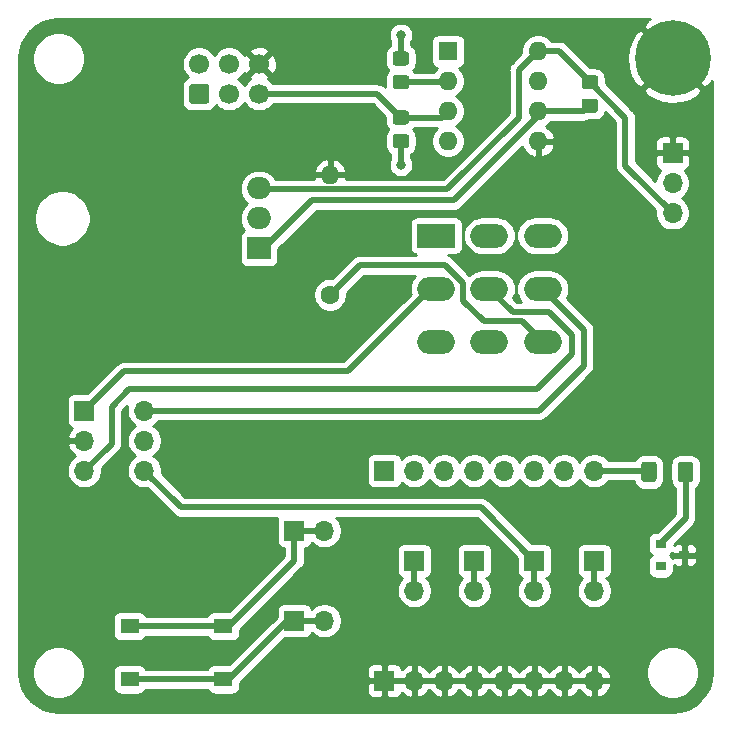
<source format=gbr>
%TF.GenerationSoftware,KiCad,Pcbnew,(5.1.8-0-10_14)*%
%TF.CreationDate,2020-12-10T20:15:51+01:00*%
%TF.ProjectId,tiny-12V-programmer,74696e79-2d31-4325-962d-70726f677261,rev?*%
%TF.SameCoordinates,Original*%
%TF.FileFunction,Copper,L1,Top*%
%TF.FilePolarity,Positive*%
%FSLAX46Y46*%
G04 Gerber Fmt 4.6, Leading zero omitted, Abs format (unit mm)*
G04 Created by KiCad (PCBNEW (5.1.8-0-10_14)) date 2020-12-10 20:15:51*
%MOMM*%
%LPD*%
G01*
G04 APERTURE LIST*
%TA.AperFunction,ComponentPad*%
%ADD10O,1.700000X1.700000*%
%TD*%
%TA.AperFunction,ComponentPad*%
%ADD11R,1.700000X1.700000*%
%TD*%
%TA.AperFunction,ComponentPad*%
%ADD12C,6.400000*%
%TD*%
%TA.AperFunction,ComponentPad*%
%ADD13O,1.600000X1.600000*%
%TD*%
%TA.AperFunction,ComponentPad*%
%ADD14R,1.600000X1.600000*%
%TD*%
%TA.AperFunction,ComponentPad*%
%ADD15O,3.200000X2.000000*%
%TD*%
%TA.AperFunction,ComponentPad*%
%ADD16R,3.200000X2.000000*%
%TD*%
%TA.AperFunction,SMDPad,CuDef*%
%ADD17R,1.550000X1.300000*%
%TD*%
%TA.AperFunction,ComponentPad*%
%ADD18C,1.600000*%
%TD*%
%TA.AperFunction,ComponentPad*%
%ADD19O,2.000000X1.905000*%
%TD*%
%TA.AperFunction,ComponentPad*%
%ADD20R,2.000000X1.905000*%
%TD*%
%TA.AperFunction,ComponentPad*%
%ADD21C,1.700000*%
%TD*%
%TA.AperFunction,SMDPad,CuDef*%
%ADD22R,0.900000X0.800000*%
%TD*%
%TA.AperFunction,ViaPad*%
%ADD23C,0.800000*%
%TD*%
%TA.AperFunction,Conductor*%
%ADD24C,0.500000*%
%TD*%
%TA.AperFunction,Conductor*%
%ADD25C,0.254000*%
%TD*%
%TA.AperFunction,Conductor*%
%ADD26C,0.100000*%
%TD*%
G04 APERTURE END LIST*
D10*
%TO.P,J8,3*%
%TO.N,+12V*%
X126000000Y-67080000D03*
%TO.P,J8,2*%
%TO.N,+5V*%
X126000000Y-64540000D03*
D11*
%TO.P,J8,1*%
%TO.N,GND*%
X126000000Y-62000000D03*
%TD*%
D12*
%TO.P,H1,1*%
%TO.N,GND*%
X126000000Y-54000000D03*
%TD*%
D10*
%TO.P,U2,6*%
%TO.N,Net-(SW2-Pad8)*%
X81280000Y-83820000D03*
%TO.P,U2,4*%
%TO.N,Net-(J6-Pad1)*%
X81280000Y-88900000D03*
%TO.P,U2,5*%
%TO.N,+5V*%
X81280000Y-86360000D03*
%TO.P,U2,3*%
%TO.N,Net-(SW2-Pad5)*%
X76200000Y-88900000D03*
D11*
%TO.P,U2,1*%
%TO.N,Net-(SW2-Pad2)*%
X76200000Y-83820000D03*
D10*
%TO.P,U2,2*%
%TO.N,GND*%
X76200000Y-86360000D03*
%TD*%
D13*
%TO.P,U1,8*%
%TO.N,+12V*%
X114620000Y-53380000D03*
%TO.P,U1,4*%
%TO.N,Net-(U1-Pad4)*%
X107000000Y-61000000D03*
%TO.P,U1,7*%
%TO.N,Net-(U1-Pad7)*%
X114620000Y-55920000D03*
%TO.P,U1,3*%
%TO.N,Net-(J4-Pad5)*%
X107000000Y-58460000D03*
%TO.P,U1,6*%
%TO.N,Net-(Q1-Pad1)*%
X114620000Y-58460000D03*
%TO.P,U1,2*%
%TO.N,Net-(R1-Pad2)*%
X107000000Y-55920000D03*
%TO.P,U1,5*%
%TO.N,GND*%
X114620000Y-61000000D03*
D14*
%TO.P,U1,1*%
%TO.N,Net-(U1-Pad1)*%
X107000000Y-53380000D03*
%TD*%
D15*
%TO.P,SW2,4*%
%TO.N,Net-(J5-Pad1)*%
X110500000Y-69000000D03*
D16*
%TO.P,SW2,1*%
%TO.N,Net-(J3-Pad1)*%
X106000000Y-69000000D03*
D15*
%TO.P,SW2,7*%
%TO.N,Net-(J7-Pad1)*%
X115000000Y-69000000D03*
%TO.P,SW2,2*%
%TO.N,Net-(SW2-Pad2)*%
X106000000Y-73500000D03*
%TO.P,SW2,5*%
%TO.N,Net-(SW2-Pad5)*%
X110500000Y-73500000D03*
%TO.P,SW2,8*%
%TO.N,Net-(SW2-Pad8)*%
X115000000Y-73500000D03*
%TO.P,SW2,3*%
%TO.N,Net-(J4-Pad1)*%
X106000000Y-78000000D03*
%TO.P,SW2,9*%
%TO.N,Net-(Q1-Pad2)*%
X115000000Y-78000000D03*
%TO.P,SW2,6*%
%TO.N,Net-(J4-Pad3)*%
X110500000Y-78000000D03*
%TD*%
D17*
%TO.P,SW1,2*%
%TO.N,Net-(J1-Pad1)*%
X87975000Y-106570000D03*
%TO.P,SW1,1*%
%TO.N,Net-(J2-Pad1)*%
X87975000Y-102070000D03*
X80025000Y-102070000D03*
%TO.P,SW1,2*%
%TO.N,Net-(J1-Pad1)*%
X80025000Y-106570000D03*
%TD*%
%TO.P,R5,2*%
%TO.N,Net-(D1-Pad2)*%
%TA.AperFunction,SMDPad,CuDef*%
G36*
G01*
X126450000Y-89625000D02*
X126450000Y-88375000D01*
G75*
G02*
X126700000Y-88125000I250000J0D01*
G01*
X127500000Y-88125000D01*
G75*
G02*
X127750000Y-88375000I0J-250000D01*
G01*
X127750000Y-89625000D01*
G75*
G02*
X127500000Y-89875000I-250000J0D01*
G01*
X126700000Y-89875000D01*
G75*
G02*
X126450000Y-89625000I0J250000D01*
G01*
G37*
%TD.AperFunction*%
%TO.P,R5,1*%
%TO.N,+5V*%
%TA.AperFunction,SMDPad,CuDef*%
G36*
G01*
X123350000Y-89625000D02*
X123350000Y-88375000D01*
G75*
G02*
X123600000Y-88125000I250000J0D01*
G01*
X124400000Y-88125000D01*
G75*
G02*
X124650000Y-88375000I0J-250000D01*
G01*
X124650000Y-89625000D01*
G75*
G02*
X124400000Y-89875000I-250000J0D01*
G01*
X123600000Y-89875000D01*
G75*
G02*
X123350000Y-89625000I0J250000D01*
G01*
G37*
%TD.AperFunction*%
%TD*%
%TO.P,R4,2*%
%TO.N,Net-(J4-Pad5)*%
%TA.AperFunction,SMDPad,CuDef*%
G36*
G01*
X103450001Y-59600000D02*
X102549999Y-59600000D01*
G75*
G02*
X102300000Y-59350001I0J249999D01*
G01*
X102300000Y-58649999D01*
G75*
G02*
X102549999Y-58400000I249999J0D01*
G01*
X103450001Y-58400000D01*
G75*
G02*
X103700000Y-58649999I0J-249999D01*
G01*
X103700000Y-59350001D01*
G75*
G02*
X103450001Y-59600000I-249999J0D01*
G01*
G37*
%TD.AperFunction*%
%TO.P,R4,1*%
%TO.N,+5V*%
%TA.AperFunction,SMDPad,CuDef*%
G36*
G01*
X103450001Y-61600000D02*
X102549999Y-61600000D01*
G75*
G02*
X102300000Y-61350001I0J249999D01*
G01*
X102300000Y-60649999D01*
G75*
G02*
X102549999Y-60400000I249999J0D01*
G01*
X103450001Y-60400000D01*
G75*
G02*
X103700000Y-60649999I0J-249999D01*
G01*
X103700000Y-61350001D01*
G75*
G02*
X103450001Y-61600000I-249999J0D01*
G01*
G37*
%TD.AperFunction*%
%TD*%
D13*
%TO.P,R3,2*%
%TO.N,GND*%
X97000000Y-63840000D03*
D18*
%TO.P,R3,1*%
%TO.N,Net-(Q1-Pad2)*%
X97000000Y-74000000D03*
%TD*%
%TO.P,R2,2*%
%TO.N,Net-(Q1-Pad1)*%
%TA.AperFunction,SMDPad,CuDef*%
G36*
G01*
X118549999Y-57400000D02*
X119450001Y-57400000D01*
G75*
G02*
X119700000Y-57649999I0J-249999D01*
G01*
X119700000Y-58350001D01*
G75*
G02*
X119450001Y-58600000I-249999J0D01*
G01*
X118549999Y-58600000D01*
G75*
G02*
X118300000Y-58350001I0J249999D01*
G01*
X118300000Y-57649999D01*
G75*
G02*
X118549999Y-57400000I249999J0D01*
G01*
G37*
%TD.AperFunction*%
%TO.P,R2,1*%
%TO.N,+12V*%
%TA.AperFunction,SMDPad,CuDef*%
G36*
G01*
X118549999Y-55400000D02*
X119450001Y-55400000D01*
G75*
G02*
X119700000Y-55649999I0J-249999D01*
G01*
X119700000Y-56350001D01*
G75*
G02*
X119450001Y-56600000I-249999J0D01*
G01*
X118549999Y-56600000D01*
G75*
G02*
X118300000Y-56350001I0J249999D01*
G01*
X118300000Y-55649999D01*
G75*
G02*
X118549999Y-55400000I249999J0D01*
G01*
G37*
%TD.AperFunction*%
%TD*%
%TO.P,R1,2*%
%TO.N,Net-(R1-Pad2)*%
%TA.AperFunction,SMDPad,CuDef*%
G36*
G01*
X102549999Y-55400000D02*
X103450001Y-55400000D01*
G75*
G02*
X103700000Y-55649999I0J-249999D01*
G01*
X103700000Y-56350001D01*
G75*
G02*
X103450001Y-56600000I-249999J0D01*
G01*
X102549999Y-56600000D01*
G75*
G02*
X102300000Y-56350001I0J249999D01*
G01*
X102300000Y-55649999D01*
G75*
G02*
X102549999Y-55400000I249999J0D01*
G01*
G37*
%TD.AperFunction*%
%TO.P,R1,1*%
%TO.N,+5V*%
%TA.AperFunction,SMDPad,CuDef*%
G36*
G01*
X102549999Y-53400000D02*
X103450001Y-53400000D01*
G75*
G02*
X103700000Y-53649999I0J-249999D01*
G01*
X103700000Y-54350001D01*
G75*
G02*
X103450001Y-54600000I-249999J0D01*
G01*
X102549999Y-54600000D01*
G75*
G02*
X102300000Y-54350001I0J249999D01*
G01*
X102300000Y-53649999D01*
G75*
G02*
X102549999Y-53400000I249999J0D01*
G01*
G37*
%TD.AperFunction*%
%TD*%
D19*
%TO.P,Q1,3*%
%TO.N,+12V*%
X91000000Y-65000000D03*
%TO.P,Q1,2*%
%TO.N,Net-(Q1-Pad2)*%
X91000000Y-67540000D03*
D20*
%TO.P,Q1,1*%
%TO.N,Net-(Q1-Pad1)*%
X91000000Y-70080000D03*
%TD*%
D10*
%TO.P,J10,8*%
%TO.N,GND*%
X119380000Y-106680000D03*
%TO.P,J10,7*%
X116840000Y-106680000D03*
%TO.P,J10,6*%
X114300000Y-106680000D03*
%TO.P,J10,5*%
X111760000Y-106680000D03*
%TO.P,J10,4*%
X109220000Y-106680000D03*
%TO.P,J10,3*%
X106680000Y-106680000D03*
%TO.P,J10,2*%
X104140000Y-106680000D03*
D11*
%TO.P,J10,1*%
X101600000Y-106680000D03*
%TD*%
D10*
%TO.P,J9,8*%
%TO.N,+5V*%
X119380000Y-88900000D03*
%TO.P,J9,7*%
X116840000Y-88900000D03*
%TO.P,J9,6*%
X114300000Y-88900000D03*
%TO.P,J9,5*%
X111760000Y-88900000D03*
%TO.P,J9,4*%
X109220000Y-88900000D03*
%TO.P,J9,3*%
X106680000Y-88900000D03*
%TO.P,J9,2*%
X104140000Y-88900000D03*
D11*
%TO.P,J9,1*%
X101600000Y-88900000D03*
%TD*%
D10*
%TO.P,J7,2*%
%TO.N,Net-(J7-Pad1)*%
X119380000Y-99060000D03*
D11*
%TO.P,J7,1*%
X119380000Y-96520000D03*
%TD*%
D10*
%TO.P,J6,2*%
%TO.N,Net-(J6-Pad1)*%
X114300000Y-99060000D03*
D11*
%TO.P,J6,1*%
X114300000Y-96520000D03*
%TD*%
D10*
%TO.P,J5,2*%
%TO.N,Net-(J5-Pad1)*%
X109220000Y-99060000D03*
D11*
%TO.P,J5,1*%
X109220000Y-96520000D03*
%TD*%
D21*
%TO.P,J4,6*%
%TO.N,GND*%
X91000000Y-54460000D03*
%TO.P,J4,4*%
%TO.N,Net-(J4-Pad4)*%
X88460000Y-54460000D03*
%TO.P,J4,2*%
%TO.N,+5V*%
X85920000Y-54460000D03*
%TO.P,J4,5*%
%TO.N,Net-(J4-Pad5)*%
X91000000Y-57000000D03*
%TO.P,J4,3*%
%TO.N,Net-(J4-Pad3)*%
X88460000Y-57000000D03*
%TO.P,J4,1*%
%TO.N,Net-(J4-Pad1)*%
%TA.AperFunction,ComponentPad*%
G36*
G01*
X86520000Y-57850000D02*
X85320000Y-57850000D01*
G75*
G02*
X85070000Y-57600000I0J250000D01*
G01*
X85070000Y-56400000D01*
G75*
G02*
X85320000Y-56150000I250000J0D01*
G01*
X86520000Y-56150000D01*
G75*
G02*
X86770000Y-56400000I0J-250000D01*
G01*
X86770000Y-57600000D01*
G75*
G02*
X86520000Y-57850000I-250000J0D01*
G01*
G37*
%TD.AperFunction*%
%TD*%
D10*
%TO.P,J3,2*%
%TO.N,Net-(J3-Pad1)*%
X104140000Y-99060000D03*
D11*
%TO.P,J3,1*%
X104140000Y-96520000D03*
%TD*%
D10*
%TO.P,J2,2*%
%TO.N,Net-(J2-Pad1)*%
X96520000Y-93980000D03*
D11*
%TO.P,J2,1*%
X93980000Y-93980000D03*
%TD*%
D10*
%TO.P,J1,2*%
%TO.N,Net-(J1-Pad1)*%
X96520000Y-101600000D03*
D11*
%TO.P,J1,1*%
X93980000Y-101600000D03*
%TD*%
D22*
%TO.P,D1,1*%
%TO.N,GND*%
X127000000Y-96050000D03*
%TO.P,D1,*%
%TO.N,*%
X125000000Y-97000000D03*
%TO.P,D1,2*%
%TO.N,Net-(D1-Pad2)*%
X125000000Y-95100000D03*
%TD*%
D23*
%TO.N,+5V*%
X103000000Y-52000000D03*
X103000000Y-63000000D03*
%TD*%
D24*
%TO.N,Net-(D1-Pad2)*%
X127100000Y-89000000D02*
X127100000Y-92900000D01*
X125000000Y-95000000D02*
X125000000Y-95100000D01*
X127100000Y-92900000D02*
X125000000Y-95000000D01*
%TO.N,Net-(J1-Pad1)*%
X93980000Y-101600000D02*
X96520000Y-101600000D01*
X80025000Y-106570000D02*
X87975000Y-106570000D01*
X93400000Y-101600000D02*
X93980000Y-101600000D01*
X88430000Y-106570000D02*
X93400000Y-101600000D01*
X87975000Y-106570000D02*
X88430000Y-106570000D01*
%TO.N,Net-(J2-Pad1)*%
X93980000Y-93980000D02*
X96520000Y-93980000D01*
X80025000Y-102070000D02*
X87975000Y-102070000D01*
X88430000Y-102070000D02*
X93980000Y-96520000D01*
X93980000Y-96520000D02*
X93980000Y-93980000D01*
X87975000Y-102070000D02*
X88430000Y-102070000D01*
%TO.N,Net-(J3-Pad1)*%
X104140000Y-96520000D02*
X104140000Y-99060000D01*
%TO.N,+5V*%
X103000000Y-54000000D02*
X103000000Y-52000000D01*
X103000000Y-61000000D02*
X103000000Y-63000000D01*
X123900000Y-88900000D02*
X124000000Y-89000000D01*
X119380000Y-88900000D02*
X123900000Y-88900000D01*
%TO.N,Net-(J4-Pad5)*%
X106460000Y-59000000D02*
X107000000Y-58460000D01*
X103000000Y-59000000D02*
X106460000Y-59000000D01*
X101000000Y-57000000D02*
X103000000Y-59000000D01*
X91000000Y-57000000D02*
X101000000Y-57000000D01*
%TO.N,Net-(J5-Pad1)*%
X109220000Y-96520000D02*
X109220000Y-99060000D01*
%TO.N,Net-(J6-Pad1)*%
X109780000Y-92000000D02*
X114300000Y-96520000D01*
X84380000Y-92000000D02*
X109780000Y-92000000D01*
X81280000Y-88900000D02*
X84380000Y-92000000D01*
X114300000Y-96520000D02*
X114300000Y-99060000D01*
%TO.N,Net-(J7-Pad1)*%
X119380000Y-96520000D02*
X119380000Y-99060000D01*
%TO.N,+12V*%
X116380000Y-53380000D02*
X119000000Y-56000000D01*
X114620000Y-53380000D02*
X116380000Y-53380000D01*
X119000000Y-56000000D02*
X122000000Y-59000000D01*
X122000000Y-63080000D02*
X126000000Y-67080000D01*
X122000000Y-59000000D02*
X122000000Y-63080000D01*
X113000000Y-55000000D02*
X114620000Y-53380000D01*
X106909999Y-65090001D02*
X113000000Y-59000000D01*
X113000000Y-59000000D02*
X113000000Y-55000000D01*
X91090001Y-65090001D02*
X106909999Y-65090001D01*
X91000000Y-65000000D02*
X91090001Y-65090001D01*
%TO.N,Net-(Q1-Pad2)*%
X110000000Y-76250000D02*
X113250000Y-76250000D01*
X108250000Y-74500000D02*
X110000000Y-76250000D01*
X108250000Y-73000000D02*
X108250000Y-74500000D01*
X106750000Y-71500000D02*
X108250000Y-73000000D01*
X113250000Y-76250000D02*
X115000000Y-78000000D01*
X99500000Y-71500000D02*
X106750000Y-71500000D01*
X97000000Y-74000000D02*
X99500000Y-71500000D01*
%TO.N,Net-(Q1-Pad1)*%
X118540000Y-58460000D02*
X119000000Y-58000000D01*
X114620000Y-58460000D02*
X118540000Y-58460000D01*
X114620000Y-58869965D02*
X114620000Y-58460000D01*
X107489965Y-66000000D02*
X114620000Y-58869965D01*
X95500000Y-66000000D02*
X107489965Y-66000000D01*
X91420000Y-70080000D02*
X95500000Y-66000000D01*
X91000000Y-70080000D02*
X91420000Y-70080000D01*
%TO.N,Net-(R1-Pad2)*%
X106920000Y-56000000D02*
X107000000Y-55920000D01*
X103000000Y-56000000D02*
X106920000Y-56000000D01*
%TO.N,Net-(SW2-Pad8)*%
X118500000Y-77000000D02*
X115000000Y-73500000D01*
X118500000Y-80000000D02*
X118500000Y-77000000D01*
X114680000Y-83820000D02*
X118500000Y-80000000D01*
X81280000Y-83820000D02*
X114680000Y-83820000D01*
%TO.N,Net-(SW2-Pad5)*%
X112500000Y-75500000D02*
X110500000Y-73500000D01*
X117500000Y-77424689D02*
X115575311Y-75500000D01*
X115575311Y-75500000D02*
X112500000Y-75500000D01*
X117500000Y-79000000D02*
X117500000Y-77424689D01*
X80000000Y-82000000D02*
X114500000Y-82000000D01*
X114500000Y-82000000D02*
X117500000Y-79000000D01*
X78500000Y-83500000D02*
X80000000Y-82000000D01*
X78500000Y-86600000D02*
X78500000Y-83500000D01*
X76200000Y-88900000D02*
X78500000Y-86600000D01*
%TO.N,Net-(SW2-Pad2)*%
X79520000Y-80500000D02*
X76200000Y-83820000D01*
X98500000Y-80500000D02*
X79520000Y-80500000D01*
X105500000Y-73500000D02*
X98500000Y-80500000D01*
X106000000Y-73500000D02*
X105500000Y-73500000D01*
%TD*%
D25*
%TO.N,GND*%
X123879330Y-50782445D02*
X123838912Y-50809452D01*
X123478724Y-51299119D01*
X126000000Y-53820395D01*
X126014143Y-53806253D01*
X126193748Y-53985858D01*
X126179605Y-54000000D01*
X128700881Y-56521276D01*
X129190548Y-56161088D01*
X129340001Y-55885673D01*
X129340000Y-105967721D01*
X129273286Y-106648126D01*
X129085057Y-107271570D01*
X128779323Y-107846573D01*
X128367721Y-108351248D01*
X127865933Y-108766362D01*
X127293077Y-109076104D01*
X126670961Y-109268682D01*
X125992417Y-109340000D01*
X74032279Y-109340000D01*
X73351874Y-109273286D01*
X72728430Y-109085057D01*
X72153427Y-108779323D01*
X71648752Y-108367721D01*
X71233638Y-107865933D01*
X70923896Y-107293077D01*
X70731318Y-106670961D01*
X70660000Y-105992417D01*
X70660000Y-105779872D01*
X71765000Y-105779872D01*
X71765000Y-106220128D01*
X71850890Y-106651925D01*
X72019369Y-107058669D01*
X72263962Y-107424729D01*
X72575271Y-107736038D01*
X72941331Y-107980631D01*
X73348075Y-108149110D01*
X73779872Y-108235000D01*
X74220128Y-108235000D01*
X74651925Y-108149110D01*
X75058669Y-107980631D01*
X75424729Y-107736038D01*
X75736038Y-107424729D01*
X75980631Y-107058669D01*
X76149110Y-106651925D01*
X76235000Y-106220128D01*
X76235000Y-105920000D01*
X78611928Y-105920000D01*
X78611928Y-107220000D01*
X78624188Y-107344482D01*
X78660498Y-107464180D01*
X78719463Y-107574494D01*
X78798815Y-107671185D01*
X78895506Y-107750537D01*
X79005820Y-107809502D01*
X79125518Y-107845812D01*
X79250000Y-107858072D01*
X80800000Y-107858072D01*
X80924482Y-107845812D01*
X81044180Y-107809502D01*
X81154494Y-107750537D01*
X81251185Y-107671185D01*
X81330537Y-107574494D01*
X81389502Y-107464180D01*
X81392287Y-107455000D01*
X86607713Y-107455000D01*
X86610498Y-107464180D01*
X86669463Y-107574494D01*
X86748815Y-107671185D01*
X86845506Y-107750537D01*
X86955820Y-107809502D01*
X87075518Y-107845812D01*
X87200000Y-107858072D01*
X88750000Y-107858072D01*
X88874482Y-107845812D01*
X88994180Y-107809502D01*
X89104494Y-107750537D01*
X89201185Y-107671185D01*
X89280537Y-107574494D01*
X89304319Y-107530000D01*
X100111928Y-107530000D01*
X100124188Y-107654482D01*
X100160498Y-107774180D01*
X100219463Y-107884494D01*
X100298815Y-107981185D01*
X100395506Y-108060537D01*
X100505820Y-108119502D01*
X100625518Y-108155812D01*
X100750000Y-108168072D01*
X101314250Y-108165000D01*
X101473000Y-108006250D01*
X101473000Y-106807000D01*
X101727000Y-106807000D01*
X101727000Y-108006250D01*
X101885750Y-108165000D01*
X102450000Y-108168072D01*
X102574482Y-108155812D01*
X102694180Y-108119502D01*
X102804494Y-108060537D01*
X102901185Y-107981185D01*
X102980537Y-107884494D01*
X103039502Y-107774180D01*
X103063966Y-107693534D01*
X103139731Y-107777588D01*
X103373080Y-107951641D01*
X103635901Y-108076825D01*
X103783110Y-108121476D01*
X104013000Y-108000155D01*
X104013000Y-106807000D01*
X104267000Y-106807000D01*
X104267000Y-108000155D01*
X104496890Y-108121476D01*
X104644099Y-108076825D01*
X104906920Y-107951641D01*
X105140269Y-107777588D01*
X105335178Y-107561355D01*
X105410000Y-107435745D01*
X105484822Y-107561355D01*
X105679731Y-107777588D01*
X105913080Y-107951641D01*
X106175901Y-108076825D01*
X106323110Y-108121476D01*
X106553000Y-108000155D01*
X106553000Y-106807000D01*
X106807000Y-106807000D01*
X106807000Y-108000155D01*
X107036890Y-108121476D01*
X107184099Y-108076825D01*
X107446920Y-107951641D01*
X107680269Y-107777588D01*
X107875178Y-107561355D01*
X107950000Y-107435745D01*
X108024822Y-107561355D01*
X108219731Y-107777588D01*
X108453080Y-107951641D01*
X108715901Y-108076825D01*
X108863110Y-108121476D01*
X109093000Y-108000155D01*
X109093000Y-106807000D01*
X109347000Y-106807000D01*
X109347000Y-108000155D01*
X109576890Y-108121476D01*
X109724099Y-108076825D01*
X109986920Y-107951641D01*
X110220269Y-107777588D01*
X110415178Y-107561355D01*
X110490000Y-107435745D01*
X110564822Y-107561355D01*
X110759731Y-107777588D01*
X110993080Y-107951641D01*
X111255901Y-108076825D01*
X111403110Y-108121476D01*
X111633000Y-108000155D01*
X111633000Y-106807000D01*
X111887000Y-106807000D01*
X111887000Y-108000155D01*
X112116890Y-108121476D01*
X112264099Y-108076825D01*
X112526920Y-107951641D01*
X112760269Y-107777588D01*
X112955178Y-107561355D01*
X113030000Y-107435745D01*
X113104822Y-107561355D01*
X113299731Y-107777588D01*
X113533080Y-107951641D01*
X113795901Y-108076825D01*
X113943110Y-108121476D01*
X114173000Y-108000155D01*
X114173000Y-106807000D01*
X114427000Y-106807000D01*
X114427000Y-108000155D01*
X114656890Y-108121476D01*
X114804099Y-108076825D01*
X115066920Y-107951641D01*
X115300269Y-107777588D01*
X115495178Y-107561355D01*
X115570000Y-107435745D01*
X115644822Y-107561355D01*
X115839731Y-107777588D01*
X116073080Y-107951641D01*
X116335901Y-108076825D01*
X116483110Y-108121476D01*
X116713000Y-108000155D01*
X116713000Y-106807000D01*
X116967000Y-106807000D01*
X116967000Y-108000155D01*
X117196890Y-108121476D01*
X117344099Y-108076825D01*
X117606920Y-107951641D01*
X117840269Y-107777588D01*
X118035178Y-107561355D01*
X118110000Y-107435745D01*
X118184822Y-107561355D01*
X118379731Y-107777588D01*
X118613080Y-107951641D01*
X118875901Y-108076825D01*
X119023110Y-108121476D01*
X119253000Y-108000155D01*
X119253000Y-106807000D01*
X119507000Y-106807000D01*
X119507000Y-108000155D01*
X119736890Y-108121476D01*
X119884099Y-108076825D01*
X120146920Y-107951641D01*
X120380269Y-107777588D01*
X120575178Y-107561355D01*
X120724157Y-107311252D01*
X120821481Y-107036891D01*
X120700814Y-106807000D01*
X119507000Y-106807000D01*
X119253000Y-106807000D01*
X116967000Y-106807000D01*
X116713000Y-106807000D01*
X114427000Y-106807000D01*
X114173000Y-106807000D01*
X111887000Y-106807000D01*
X111633000Y-106807000D01*
X109347000Y-106807000D01*
X109093000Y-106807000D01*
X106807000Y-106807000D01*
X106553000Y-106807000D01*
X104267000Y-106807000D01*
X104013000Y-106807000D01*
X101727000Y-106807000D01*
X101473000Y-106807000D01*
X100273750Y-106807000D01*
X100115000Y-106965750D01*
X100111928Y-107530000D01*
X89304319Y-107530000D01*
X89339502Y-107464180D01*
X89375812Y-107344482D01*
X89388072Y-107220000D01*
X89388072Y-106863506D01*
X90421578Y-105830000D01*
X100111928Y-105830000D01*
X100115000Y-106394250D01*
X100273750Y-106553000D01*
X101473000Y-106553000D01*
X101473000Y-105353750D01*
X101727000Y-105353750D01*
X101727000Y-106553000D01*
X104013000Y-106553000D01*
X104013000Y-105359845D01*
X104267000Y-105359845D01*
X104267000Y-106553000D01*
X106553000Y-106553000D01*
X106553000Y-105359845D01*
X106807000Y-105359845D01*
X106807000Y-106553000D01*
X109093000Y-106553000D01*
X109093000Y-105359845D01*
X109347000Y-105359845D01*
X109347000Y-106553000D01*
X111633000Y-106553000D01*
X111633000Y-105359845D01*
X111887000Y-105359845D01*
X111887000Y-106553000D01*
X114173000Y-106553000D01*
X114173000Y-105359845D01*
X114427000Y-105359845D01*
X114427000Y-106553000D01*
X116713000Y-106553000D01*
X116713000Y-105359845D01*
X116967000Y-105359845D01*
X116967000Y-106553000D01*
X119253000Y-106553000D01*
X119253000Y-105359845D01*
X119507000Y-105359845D01*
X119507000Y-106553000D01*
X120700814Y-106553000D01*
X120821481Y-106323109D01*
X120724157Y-106048748D01*
X120575178Y-105798645D01*
X120558257Y-105779872D01*
X123765000Y-105779872D01*
X123765000Y-106220128D01*
X123850890Y-106651925D01*
X124019369Y-107058669D01*
X124263962Y-107424729D01*
X124575271Y-107736038D01*
X124941331Y-107980631D01*
X125348075Y-108149110D01*
X125779872Y-108235000D01*
X126220128Y-108235000D01*
X126651925Y-108149110D01*
X127058669Y-107980631D01*
X127424729Y-107736038D01*
X127736038Y-107424729D01*
X127980631Y-107058669D01*
X128149110Y-106651925D01*
X128235000Y-106220128D01*
X128235000Y-105779872D01*
X128149110Y-105348075D01*
X127980631Y-104941331D01*
X127736038Y-104575271D01*
X127424729Y-104263962D01*
X127058669Y-104019369D01*
X126651925Y-103850890D01*
X126220128Y-103765000D01*
X125779872Y-103765000D01*
X125348075Y-103850890D01*
X124941331Y-104019369D01*
X124575271Y-104263962D01*
X124263962Y-104575271D01*
X124019369Y-104941331D01*
X123850890Y-105348075D01*
X123765000Y-105779872D01*
X120558257Y-105779872D01*
X120380269Y-105582412D01*
X120146920Y-105408359D01*
X119884099Y-105283175D01*
X119736890Y-105238524D01*
X119507000Y-105359845D01*
X119253000Y-105359845D01*
X119023110Y-105238524D01*
X118875901Y-105283175D01*
X118613080Y-105408359D01*
X118379731Y-105582412D01*
X118184822Y-105798645D01*
X118110000Y-105924255D01*
X118035178Y-105798645D01*
X117840269Y-105582412D01*
X117606920Y-105408359D01*
X117344099Y-105283175D01*
X117196890Y-105238524D01*
X116967000Y-105359845D01*
X116713000Y-105359845D01*
X116483110Y-105238524D01*
X116335901Y-105283175D01*
X116073080Y-105408359D01*
X115839731Y-105582412D01*
X115644822Y-105798645D01*
X115570000Y-105924255D01*
X115495178Y-105798645D01*
X115300269Y-105582412D01*
X115066920Y-105408359D01*
X114804099Y-105283175D01*
X114656890Y-105238524D01*
X114427000Y-105359845D01*
X114173000Y-105359845D01*
X113943110Y-105238524D01*
X113795901Y-105283175D01*
X113533080Y-105408359D01*
X113299731Y-105582412D01*
X113104822Y-105798645D01*
X113030000Y-105924255D01*
X112955178Y-105798645D01*
X112760269Y-105582412D01*
X112526920Y-105408359D01*
X112264099Y-105283175D01*
X112116890Y-105238524D01*
X111887000Y-105359845D01*
X111633000Y-105359845D01*
X111403110Y-105238524D01*
X111255901Y-105283175D01*
X110993080Y-105408359D01*
X110759731Y-105582412D01*
X110564822Y-105798645D01*
X110490000Y-105924255D01*
X110415178Y-105798645D01*
X110220269Y-105582412D01*
X109986920Y-105408359D01*
X109724099Y-105283175D01*
X109576890Y-105238524D01*
X109347000Y-105359845D01*
X109093000Y-105359845D01*
X108863110Y-105238524D01*
X108715901Y-105283175D01*
X108453080Y-105408359D01*
X108219731Y-105582412D01*
X108024822Y-105798645D01*
X107950000Y-105924255D01*
X107875178Y-105798645D01*
X107680269Y-105582412D01*
X107446920Y-105408359D01*
X107184099Y-105283175D01*
X107036890Y-105238524D01*
X106807000Y-105359845D01*
X106553000Y-105359845D01*
X106323110Y-105238524D01*
X106175901Y-105283175D01*
X105913080Y-105408359D01*
X105679731Y-105582412D01*
X105484822Y-105798645D01*
X105410000Y-105924255D01*
X105335178Y-105798645D01*
X105140269Y-105582412D01*
X104906920Y-105408359D01*
X104644099Y-105283175D01*
X104496890Y-105238524D01*
X104267000Y-105359845D01*
X104013000Y-105359845D01*
X103783110Y-105238524D01*
X103635901Y-105283175D01*
X103373080Y-105408359D01*
X103139731Y-105582412D01*
X103063966Y-105666466D01*
X103039502Y-105585820D01*
X102980537Y-105475506D01*
X102901185Y-105378815D01*
X102804494Y-105299463D01*
X102694180Y-105240498D01*
X102574482Y-105204188D01*
X102450000Y-105191928D01*
X101885750Y-105195000D01*
X101727000Y-105353750D01*
X101473000Y-105353750D01*
X101314250Y-105195000D01*
X100750000Y-105191928D01*
X100625518Y-105204188D01*
X100505820Y-105240498D01*
X100395506Y-105299463D01*
X100298815Y-105378815D01*
X100219463Y-105475506D01*
X100160498Y-105585820D01*
X100124188Y-105705518D01*
X100111928Y-105830000D01*
X90421578Y-105830000D01*
X93163507Y-103088072D01*
X94830000Y-103088072D01*
X94954482Y-103075812D01*
X95074180Y-103039502D01*
X95184494Y-102980537D01*
X95281185Y-102901185D01*
X95360537Y-102804494D01*
X95419502Y-102694180D01*
X95441513Y-102621620D01*
X95573368Y-102753475D01*
X95816589Y-102915990D01*
X96086842Y-103027932D01*
X96373740Y-103085000D01*
X96666260Y-103085000D01*
X96953158Y-103027932D01*
X97223411Y-102915990D01*
X97466632Y-102753475D01*
X97673475Y-102546632D01*
X97835990Y-102303411D01*
X97947932Y-102033158D01*
X98005000Y-101746260D01*
X98005000Y-101453740D01*
X97947932Y-101166842D01*
X97835990Y-100896589D01*
X97673475Y-100653368D01*
X97466632Y-100446525D01*
X97223411Y-100284010D01*
X96953158Y-100172068D01*
X96666260Y-100115000D01*
X96373740Y-100115000D01*
X96086842Y-100172068D01*
X95816589Y-100284010D01*
X95573368Y-100446525D01*
X95441513Y-100578380D01*
X95419502Y-100505820D01*
X95360537Y-100395506D01*
X95281185Y-100298815D01*
X95184494Y-100219463D01*
X95074180Y-100160498D01*
X94954482Y-100124188D01*
X94830000Y-100111928D01*
X93130000Y-100111928D01*
X93005518Y-100124188D01*
X92885820Y-100160498D01*
X92775506Y-100219463D01*
X92678815Y-100298815D01*
X92599463Y-100395506D01*
X92540498Y-100505820D01*
X92504188Y-100625518D01*
X92491928Y-100750000D01*
X92491928Y-101256493D01*
X88466494Y-105281928D01*
X87200000Y-105281928D01*
X87075518Y-105294188D01*
X86955820Y-105330498D01*
X86845506Y-105389463D01*
X86748815Y-105468815D01*
X86669463Y-105565506D01*
X86610498Y-105675820D01*
X86607713Y-105685000D01*
X81392287Y-105685000D01*
X81389502Y-105675820D01*
X81330537Y-105565506D01*
X81251185Y-105468815D01*
X81154494Y-105389463D01*
X81044180Y-105330498D01*
X80924482Y-105294188D01*
X80800000Y-105281928D01*
X79250000Y-105281928D01*
X79125518Y-105294188D01*
X79005820Y-105330498D01*
X78895506Y-105389463D01*
X78798815Y-105468815D01*
X78719463Y-105565506D01*
X78660498Y-105675820D01*
X78624188Y-105795518D01*
X78611928Y-105920000D01*
X76235000Y-105920000D01*
X76235000Y-105779872D01*
X76149110Y-105348075D01*
X75980631Y-104941331D01*
X75736038Y-104575271D01*
X75424729Y-104263962D01*
X75058669Y-104019369D01*
X74651925Y-103850890D01*
X74220128Y-103765000D01*
X73779872Y-103765000D01*
X73348075Y-103850890D01*
X72941331Y-104019369D01*
X72575271Y-104263962D01*
X72263962Y-104575271D01*
X72019369Y-104941331D01*
X71850890Y-105348075D01*
X71765000Y-105779872D01*
X70660000Y-105779872D01*
X70660000Y-82970000D01*
X74711928Y-82970000D01*
X74711928Y-84670000D01*
X74724188Y-84794482D01*
X74760498Y-84914180D01*
X74819463Y-85024494D01*
X74898815Y-85121185D01*
X74995506Y-85200537D01*
X75105820Y-85259502D01*
X75186466Y-85283966D01*
X75102412Y-85359731D01*
X74928359Y-85593080D01*
X74803175Y-85855901D01*
X74758524Y-86003110D01*
X74879845Y-86233000D01*
X76073000Y-86233000D01*
X76073000Y-86213000D01*
X76327000Y-86213000D01*
X76327000Y-86233000D01*
X76347000Y-86233000D01*
X76347000Y-86487000D01*
X76327000Y-86487000D01*
X76327000Y-86507000D01*
X76073000Y-86507000D01*
X76073000Y-86487000D01*
X74879845Y-86487000D01*
X74758524Y-86716890D01*
X74803175Y-86864099D01*
X74928359Y-87126920D01*
X75102412Y-87360269D01*
X75318645Y-87555178D01*
X75435534Y-87624805D01*
X75253368Y-87746525D01*
X75046525Y-87953368D01*
X74884010Y-88196589D01*
X74772068Y-88466842D01*
X74715000Y-88753740D01*
X74715000Y-89046260D01*
X74772068Y-89333158D01*
X74884010Y-89603411D01*
X75046525Y-89846632D01*
X75253368Y-90053475D01*
X75496589Y-90215990D01*
X75766842Y-90327932D01*
X76053740Y-90385000D01*
X76346260Y-90385000D01*
X76633158Y-90327932D01*
X76903411Y-90215990D01*
X77146632Y-90053475D01*
X77353475Y-89846632D01*
X77515990Y-89603411D01*
X77627932Y-89333158D01*
X77685000Y-89046260D01*
X77685000Y-88753740D01*
X77670539Y-88681040D01*
X79095050Y-87256529D01*
X79128817Y-87228817D01*
X79239411Y-87094059D01*
X79321589Y-86940313D01*
X79372195Y-86773490D01*
X79385000Y-86643477D01*
X79385000Y-86643467D01*
X79389281Y-86600001D01*
X79385000Y-86556535D01*
X79385000Y-83866578D01*
X79848922Y-83402656D01*
X79795000Y-83673740D01*
X79795000Y-83966260D01*
X79852068Y-84253158D01*
X79964010Y-84523411D01*
X80126525Y-84766632D01*
X80333368Y-84973475D01*
X80507760Y-85090000D01*
X80333368Y-85206525D01*
X80126525Y-85413368D01*
X79964010Y-85656589D01*
X79852068Y-85926842D01*
X79795000Y-86213740D01*
X79795000Y-86506260D01*
X79852068Y-86793158D01*
X79964010Y-87063411D01*
X80126525Y-87306632D01*
X80333368Y-87513475D01*
X80507760Y-87630000D01*
X80333368Y-87746525D01*
X80126525Y-87953368D01*
X79964010Y-88196589D01*
X79852068Y-88466842D01*
X79795000Y-88753740D01*
X79795000Y-89046260D01*
X79852068Y-89333158D01*
X79964010Y-89603411D01*
X80126525Y-89846632D01*
X80333368Y-90053475D01*
X80576589Y-90215990D01*
X80846842Y-90327932D01*
X81133740Y-90385000D01*
X81426260Y-90385000D01*
X81498961Y-90370539D01*
X83723470Y-92595049D01*
X83751183Y-92628817D01*
X83784951Y-92656530D01*
X83784953Y-92656532D01*
X83794065Y-92664010D01*
X83885941Y-92739411D01*
X84039687Y-92821589D01*
X84206510Y-92872195D01*
X84336523Y-92885000D01*
X84336533Y-92885000D01*
X84379999Y-92889281D01*
X84423466Y-92885000D01*
X92540936Y-92885000D01*
X92540498Y-92885820D01*
X92504188Y-93005518D01*
X92491928Y-93130000D01*
X92491928Y-94830000D01*
X92504188Y-94954482D01*
X92540498Y-95074180D01*
X92599463Y-95184494D01*
X92678815Y-95281185D01*
X92775506Y-95360537D01*
X92885820Y-95419502D01*
X93005518Y-95455812D01*
X93095000Y-95464625D01*
X93095000Y-96153421D01*
X88466494Y-100781928D01*
X87200000Y-100781928D01*
X87075518Y-100794188D01*
X86955820Y-100830498D01*
X86845506Y-100889463D01*
X86748815Y-100968815D01*
X86669463Y-101065506D01*
X86610498Y-101175820D01*
X86607713Y-101185000D01*
X81392287Y-101185000D01*
X81389502Y-101175820D01*
X81330537Y-101065506D01*
X81251185Y-100968815D01*
X81154494Y-100889463D01*
X81044180Y-100830498D01*
X80924482Y-100794188D01*
X80800000Y-100781928D01*
X79250000Y-100781928D01*
X79125518Y-100794188D01*
X79005820Y-100830498D01*
X78895506Y-100889463D01*
X78798815Y-100968815D01*
X78719463Y-101065506D01*
X78660498Y-101175820D01*
X78624188Y-101295518D01*
X78611928Y-101420000D01*
X78611928Y-102720000D01*
X78624188Y-102844482D01*
X78660498Y-102964180D01*
X78719463Y-103074494D01*
X78798815Y-103171185D01*
X78895506Y-103250537D01*
X79005820Y-103309502D01*
X79125518Y-103345812D01*
X79250000Y-103358072D01*
X80800000Y-103358072D01*
X80924482Y-103345812D01*
X81044180Y-103309502D01*
X81154494Y-103250537D01*
X81251185Y-103171185D01*
X81330537Y-103074494D01*
X81389502Y-102964180D01*
X81392287Y-102955000D01*
X86607713Y-102955000D01*
X86610498Y-102964180D01*
X86669463Y-103074494D01*
X86748815Y-103171185D01*
X86845506Y-103250537D01*
X86955820Y-103309502D01*
X87075518Y-103345812D01*
X87200000Y-103358072D01*
X88750000Y-103358072D01*
X88874482Y-103345812D01*
X88994180Y-103309502D01*
X89104494Y-103250537D01*
X89201185Y-103171185D01*
X89280537Y-103074494D01*
X89339502Y-102964180D01*
X89375812Y-102844482D01*
X89388072Y-102720000D01*
X89388072Y-102363506D01*
X94575051Y-97176528D01*
X94608817Y-97148817D01*
X94719411Y-97014059D01*
X94801589Y-96860313D01*
X94852195Y-96693490D01*
X94865000Y-96563477D01*
X94865000Y-96563467D01*
X94869281Y-96520001D01*
X94865000Y-96476535D01*
X94865000Y-95670000D01*
X102651928Y-95670000D01*
X102651928Y-97370000D01*
X102664188Y-97494482D01*
X102700498Y-97614180D01*
X102759463Y-97724494D01*
X102838815Y-97821185D01*
X102935506Y-97900537D01*
X103045820Y-97959502D01*
X103118380Y-97981513D01*
X102986525Y-98113368D01*
X102824010Y-98356589D01*
X102712068Y-98626842D01*
X102655000Y-98913740D01*
X102655000Y-99206260D01*
X102712068Y-99493158D01*
X102824010Y-99763411D01*
X102986525Y-100006632D01*
X103193368Y-100213475D01*
X103436589Y-100375990D01*
X103706842Y-100487932D01*
X103993740Y-100545000D01*
X104286260Y-100545000D01*
X104573158Y-100487932D01*
X104843411Y-100375990D01*
X105086632Y-100213475D01*
X105293475Y-100006632D01*
X105455990Y-99763411D01*
X105567932Y-99493158D01*
X105625000Y-99206260D01*
X105625000Y-98913740D01*
X105567932Y-98626842D01*
X105455990Y-98356589D01*
X105293475Y-98113368D01*
X105161620Y-97981513D01*
X105234180Y-97959502D01*
X105344494Y-97900537D01*
X105441185Y-97821185D01*
X105520537Y-97724494D01*
X105579502Y-97614180D01*
X105615812Y-97494482D01*
X105628072Y-97370000D01*
X105628072Y-95670000D01*
X107731928Y-95670000D01*
X107731928Y-97370000D01*
X107744188Y-97494482D01*
X107780498Y-97614180D01*
X107839463Y-97724494D01*
X107918815Y-97821185D01*
X108015506Y-97900537D01*
X108125820Y-97959502D01*
X108198380Y-97981513D01*
X108066525Y-98113368D01*
X107904010Y-98356589D01*
X107792068Y-98626842D01*
X107735000Y-98913740D01*
X107735000Y-99206260D01*
X107792068Y-99493158D01*
X107904010Y-99763411D01*
X108066525Y-100006632D01*
X108273368Y-100213475D01*
X108516589Y-100375990D01*
X108786842Y-100487932D01*
X109073740Y-100545000D01*
X109366260Y-100545000D01*
X109653158Y-100487932D01*
X109923411Y-100375990D01*
X110166632Y-100213475D01*
X110373475Y-100006632D01*
X110535990Y-99763411D01*
X110647932Y-99493158D01*
X110705000Y-99206260D01*
X110705000Y-98913740D01*
X110647932Y-98626842D01*
X110535990Y-98356589D01*
X110373475Y-98113368D01*
X110241620Y-97981513D01*
X110314180Y-97959502D01*
X110424494Y-97900537D01*
X110521185Y-97821185D01*
X110600537Y-97724494D01*
X110659502Y-97614180D01*
X110695812Y-97494482D01*
X110708072Y-97370000D01*
X110708072Y-95670000D01*
X110695812Y-95545518D01*
X110659502Y-95425820D01*
X110600537Y-95315506D01*
X110521185Y-95218815D01*
X110424494Y-95139463D01*
X110314180Y-95080498D01*
X110194482Y-95044188D01*
X110070000Y-95031928D01*
X108370000Y-95031928D01*
X108245518Y-95044188D01*
X108125820Y-95080498D01*
X108015506Y-95139463D01*
X107918815Y-95218815D01*
X107839463Y-95315506D01*
X107780498Y-95425820D01*
X107744188Y-95545518D01*
X107731928Y-95670000D01*
X105628072Y-95670000D01*
X105615812Y-95545518D01*
X105579502Y-95425820D01*
X105520537Y-95315506D01*
X105441185Y-95218815D01*
X105344494Y-95139463D01*
X105234180Y-95080498D01*
X105114482Y-95044188D01*
X104990000Y-95031928D01*
X103290000Y-95031928D01*
X103165518Y-95044188D01*
X103045820Y-95080498D01*
X102935506Y-95139463D01*
X102838815Y-95218815D01*
X102759463Y-95315506D01*
X102700498Y-95425820D01*
X102664188Y-95545518D01*
X102651928Y-95670000D01*
X94865000Y-95670000D01*
X94865000Y-95464625D01*
X94954482Y-95455812D01*
X95074180Y-95419502D01*
X95184494Y-95360537D01*
X95281185Y-95281185D01*
X95360537Y-95184494D01*
X95419502Y-95074180D01*
X95441513Y-95001620D01*
X95573368Y-95133475D01*
X95816589Y-95295990D01*
X96086842Y-95407932D01*
X96373740Y-95465000D01*
X96666260Y-95465000D01*
X96953158Y-95407932D01*
X97223411Y-95295990D01*
X97466632Y-95133475D01*
X97673475Y-94926632D01*
X97835990Y-94683411D01*
X97947932Y-94413158D01*
X98005000Y-94126260D01*
X98005000Y-93833740D01*
X97947932Y-93546842D01*
X97835990Y-93276589D01*
X97673475Y-93033368D01*
X97525107Y-92885000D01*
X109413422Y-92885000D01*
X112811928Y-96283507D01*
X112811928Y-97370000D01*
X112824188Y-97494482D01*
X112860498Y-97614180D01*
X112919463Y-97724494D01*
X112998815Y-97821185D01*
X113095506Y-97900537D01*
X113205820Y-97959502D01*
X113278380Y-97981513D01*
X113146525Y-98113368D01*
X112984010Y-98356589D01*
X112872068Y-98626842D01*
X112815000Y-98913740D01*
X112815000Y-99206260D01*
X112872068Y-99493158D01*
X112984010Y-99763411D01*
X113146525Y-100006632D01*
X113353368Y-100213475D01*
X113596589Y-100375990D01*
X113866842Y-100487932D01*
X114153740Y-100545000D01*
X114446260Y-100545000D01*
X114733158Y-100487932D01*
X115003411Y-100375990D01*
X115246632Y-100213475D01*
X115453475Y-100006632D01*
X115615990Y-99763411D01*
X115727932Y-99493158D01*
X115785000Y-99206260D01*
X115785000Y-98913740D01*
X115727932Y-98626842D01*
X115615990Y-98356589D01*
X115453475Y-98113368D01*
X115321620Y-97981513D01*
X115394180Y-97959502D01*
X115504494Y-97900537D01*
X115601185Y-97821185D01*
X115680537Y-97724494D01*
X115739502Y-97614180D01*
X115775812Y-97494482D01*
X115788072Y-97370000D01*
X115788072Y-95670000D01*
X117891928Y-95670000D01*
X117891928Y-97370000D01*
X117904188Y-97494482D01*
X117940498Y-97614180D01*
X117999463Y-97724494D01*
X118078815Y-97821185D01*
X118175506Y-97900537D01*
X118285820Y-97959502D01*
X118358380Y-97981513D01*
X118226525Y-98113368D01*
X118064010Y-98356589D01*
X117952068Y-98626842D01*
X117895000Y-98913740D01*
X117895000Y-99206260D01*
X117952068Y-99493158D01*
X118064010Y-99763411D01*
X118226525Y-100006632D01*
X118433368Y-100213475D01*
X118676589Y-100375990D01*
X118946842Y-100487932D01*
X119233740Y-100545000D01*
X119526260Y-100545000D01*
X119813158Y-100487932D01*
X120083411Y-100375990D01*
X120326632Y-100213475D01*
X120533475Y-100006632D01*
X120695990Y-99763411D01*
X120807932Y-99493158D01*
X120865000Y-99206260D01*
X120865000Y-98913740D01*
X120807932Y-98626842D01*
X120695990Y-98356589D01*
X120533475Y-98113368D01*
X120401620Y-97981513D01*
X120474180Y-97959502D01*
X120584494Y-97900537D01*
X120681185Y-97821185D01*
X120760537Y-97724494D01*
X120819502Y-97614180D01*
X120855812Y-97494482D01*
X120868072Y-97370000D01*
X120868072Y-95670000D01*
X120855812Y-95545518D01*
X120819502Y-95425820D01*
X120760537Y-95315506D01*
X120681185Y-95218815D01*
X120584494Y-95139463D01*
X120474180Y-95080498D01*
X120354482Y-95044188D01*
X120230000Y-95031928D01*
X118530000Y-95031928D01*
X118405518Y-95044188D01*
X118285820Y-95080498D01*
X118175506Y-95139463D01*
X118078815Y-95218815D01*
X117999463Y-95315506D01*
X117940498Y-95425820D01*
X117904188Y-95545518D01*
X117891928Y-95670000D01*
X115788072Y-95670000D01*
X115775812Y-95545518D01*
X115739502Y-95425820D01*
X115680537Y-95315506D01*
X115601185Y-95218815D01*
X115504494Y-95139463D01*
X115394180Y-95080498D01*
X115274482Y-95044188D01*
X115150000Y-95031928D01*
X114063507Y-95031928D01*
X113731579Y-94700000D01*
X123911928Y-94700000D01*
X123911928Y-95500000D01*
X123924188Y-95624482D01*
X123960498Y-95744180D01*
X124019463Y-95854494D01*
X124098815Y-95951185D01*
X124195506Y-96030537D01*
X124231918Y-96050000D01*
X124195506Y-96069463D01*
X124098815Y-96148815D01*
X124019463Y-96245506D01*
X123960498Y-96355820D01*
X123924188Y-96475518D01*
X123911928Y-96600000D01*
X123911928Y-97400000D01*
X123924188Y-97524482D01*
X123960498Y-97644180D01*
X124019463Y-97754494D01*
X124098815Y-97851185D01*
X124195506Y-97930537D01*
X124305820Y-97989502D01*
X124425518Y-98025812D01*
X124550000Y-98038072D01*
X125450000Y-98038072D01*
X125574482Y-98025812D01*
X125694180Y-97989502D01*
X125804494Y-97930537D01*
X125901185Y-97851185D01*
X125980537Y-97754494D01*
X126039502Y-97644180D01*
X126075812Y-97524482D01*
X126088072Y-97400000D01*
X126088072Y-96888095D01*
X126098815Y-96901185D01*
X126195506Y-96980537D01*
X126305820Y-97039502D01*
X126425518Y-97075812D01*
X126550000Y-97088072D01*
X126714250Y-97085000D01*
X126873000Y-96926250D01*
X126873000Y-96177000D01*
X127127000Y-96177000D01*
X127127000Y-96926250D01*
X127285750Y-97085000D01*
X127450000Y-97088072D01*
X127574482Y-97075812D01*
X127694180Y-97039502D01*
X127804494Y-96980537D01*
X127901185Y-96901185D01*
X127980537Y-96804494D01*
X128039502Y-96694180D01*
X128075812Y-96574482D01*
X128088072Y-96450000D01*
X128085000Y-96335750D01*
X127926250Y-96177000D01*
X127127000Y-96177000D01*
X126873000Y-96177000D01*
X126073750Y-96177000D01*
X125989143Y-96261607D01*
X125980537Y-96245506D01*
X125901185Y-96148815D01*
X125804494Y-96069463D01*
X125768082Y-96050000D01*
X125804494Y-96030537D01*
X125901185Y-95951185D01*
X125980537Y-95854494D01*
X125989143Y-95838393D01*
X126073750Y-95923000D01*
X126873000Y-95923000D01*
X126873000Y-95173750D01*
X127127000Y-95173750D01*
X127127000Y-95923000D01*
X127926250Y-95923000D01*
X128085000Y-95764250D01*
X128088072Y-95650000D01*
X128075812Y-95525518D01*
X128039502Y-95405820D01*
X127980537Y-95295506D01*
X127901185Y-95198815D01*
X127804494Y-95119463D01*
X127694180Y-95060498D01*
X127574482Y-95024188D01*
X127450000Y-95011928D01*
X127285750Y-95015000D01*
X127127000Y-95173750D01*
X126873000Y-95173750D01*
X126714250Y-95015000D01*
X126550000Y-95011928D01*
X126425518Y-95024188D01*
X126305820Y-95060498D01*
X126195506Y-95119463D01*
X126098815Y-95198815D01*
X126088072Y-95211905D01*
X126088072Y-95163506D01*
X127695049Y-93556530D01*
X127728817Y-93528817D01*
X127839411Y-93394059D01*
X127921589Y-93240313D01*
X127972195Y-93073490D01*
X127985000Y-92943477D01*
X127985000Y-92943467D01*
X127989281Y-92900001D01*
X127985000Y-92856535D01*
X127985000Y-90367887D01*
X127993386Y-90363405D01*
X128127962Y-90252962D01*
X128238405Y-90118386D01*
X128320472Y-89964850D01*
X128371008Y-89798254D01*
X128388072Y-89625000D01*
X128388072Y-88375000D01*
X128371008Y-88201746D01*
X128320472Y-88035150D01*
X128238405Y-87881614D01*
X128127962Y-87747038D01*
X127993386Y-87636595D01*
X127839850Y-87554528D01*
X127673254Y-87503992D01*
X127500000Y-87486928D01*
X126700000Y-87486928D01*
X126526746Y-87503992D01*
X126360150Y-87554528D01*
X126206614Y-87636595D01*
X126072038Y-87747038D01*
X125961595Y-87881614D01*
X125879528Y-88035150D01*
X125828992Y-88201746D01*
X125811928Y-88375000D01*
X125811928Y-89625000D01*
X125828992Y-89798254D01*
X125879528Y-89964850D01*
X125961595Y-90118386D01*
X126072038Y-90252962D01*
X126206614Y-90363405D01*
X126215000Y-90367888D01*
X126215001Y-92533420D01*
X124686494Y-94061928D01*
X124550000Y-94061928D01*
X124425518Y-94074188D01*
X124305820Y-94110498D01*
X124195506Y-94169463D01*
X124098815Y-94248815D01*
X124019463Y-94345506D01*
X123960498Y-94455820D01*
X123924188Y-94575518D01*
X123911928Y-94700000D01*
X113731579Y-94700000D01*
X110436534Y-91404956D01*
X110408817Y-91371183D01*
X110274059Y-91260589D01*
X110120313Y-91178411D01*
X109953490Y-91127805D01*
X109823477Y-91115000D01*
X109823469Y-91115000D01*
X109780000Y-91110719D01*
X109736531Y-91115000D01*
X84746579Y-91115000D01*
X82750539Y-89118961D01*
X82765000Y-89046260D01*
X82765000Y-88753740D01*
X82707932Y-88466842D01*
X82595990Y-88196589D01*
X82498043Y-88050000D01*
X100111928Y-88050000D01*
X100111928Y-89750000D01*
X100124188Y-89874482D01*
X100160498Y-89994180D01*
X100219463Y-90104494D01*
X100298815Y-90201185D01*
X100395506Y-90280537D01*
X100505820Y-90339502D01*
X100625518Y-90375812D01*
X100750000Y-90388072D01*
X102450000Y-90388072D01*
X102574482Y-90375812D01*
X102694180Y-90339502D01*
X102804494Y-90280537D01*
X102901185Y-90201185D01*
X102980537Y-90104494D01*
X103039502Y-89994180D01*
X103061513Y-89921620D01*
X103193368Y-90053475D01*
X103436589Y-90215990D01*
X103706842Y-90327932D01*
X103993740Y-90385000D01*
X104286260Y-90385000D01*
X104573158Y-90327932D01*
X104843411Y-90215990D01*
X105086632Y-90053475D01*
X105293475Y-89846632D01*
X105410000Y-89672240D01*
X105526525Y-89846632D01*
X105733368Y-90053475D01*
X105976589Y-90215990D01*
X106246842Y-90327932D01*
X106533740Y-90385000D01*
X106826260Y-90385000D01*
X107113158Y-90327932D01*
X107383411Y-90215990D01*
X107626632Y-90053475D01*
X107833475Y-89846632D01*
X107950000Y-89672240D01*
X108066525Y-89846632D01*
X108273368Y-90053475D01*
X108516589Y-90215990D01*
X108786842Y-90327932D01*
X109073740Y-90385000D01*
X109366260Y-90385000D01*
X109653158Y-90327932D01*
X109923411Y-90215990D01*
X110166632Y-90053475D01*
X110373475Y-89846632D01*
X110490000Y-89672240D01*
X110606525Y-89846632D01*
X110813368Y-90053475D01*
X111056589Y-90215990D01*
X111326842Y-90327932D01*
X111613740Y-90385000D01*
X111906260Y-90385000D01*
X112193158Y-90327932D01*
X112463411Y-90215990D01*
X112706632Y-90053475D01*
X112913475Y-89846632D01*
X113030000Y-89672240D01*
X113146525Y-89846632D01*
X113353368Y-90053475D01*
X113596589Y-90215990D01*
X113866842Y-90327932D01*
X114153740Y-90385000D01*
X114446260Y-90385000D01*
X114733158Y-90327932D01*
X115003411Y-90215990D01*
X115246632Y-90053475D01*
X115453475Y-89846632D01*
X115570000Y-89672240D01*
X115686525Y-89846632D01*
X115893368Y-90053475D01*
X116136589Y-90215990D01*
X116406842Y-90327932D01*
X116693740Y-90385000D01*
X116986260Y-90385000D01*
X117273158Y-90327932D01*
X117543411Y-90215990D01*
X117786632Y-90053475D01*
X117993475Y-89846632D01*
X118110000Y-89672240D01*
X118226525Y-89846632D01*
X118433368Y-90053475D01*
X118676589Y-90215990D01*
X118946842Y-90327932D01*
X119233740Y-90385000D01*
X119526260Y-90385000D01*
X119813158Y-90327932D01*
X120083411Y-90215990D01*
X120326632Y-90053475D01*
X120533475Y-89846632D01*
X120574656Y-89785000D01*
X122727687Y-89785000D01*
X122728992Y-89798254D01*
X122779528Y-89964850D01*
X122861595Y-90118386D01*
X122972038Y-90252962D01*
X123106614Y-90363405D01*
X123260150Y-90445472D01*
X123426746Y-90496008D01*
X123600000Y-90513072D01*
X124400000Y-90513072D01*
X124573254Y-90496008D01*
X124739850Y-90445472D01*
X124893386Y-90363405D01*
X125027962Y-90252962D01*
X125138405Y-90118386D01*
X125220472Y-89964850D01*
X125271008Y-89798254D01*
X125288072Y-89625000D01*
X125288072Y-88375000D01*
X125271008Y-88201746D01*
X125220472Y-88035150D01*
X125138405Y-87881614D01*
X125027962Y-87747038D01*
X124893386Y-87636595D01*
X124739850Y-87554528D01*
X124573254Y-87503992D01*
X124400000Y-87486928D01*
X123600000Y-87486928D01*
X123426746Y-87503992D01*
X123260150Y-87554528D01*
X123106614Y-87636595D01*
X122972038Y-87747038D01*
X122861595Y-87881614D01*
X122790298Y-88015000D01*
X120574656Y-88015000D01*
X120533475Y-87953368D01*
X120326632Y-87746525D01*
X120083411Y-87584010D01*
X119813158Y-87472068D01*
X119526260Y-87415000D01*
X119233740Y-87415000D01*
X118946842Y-87472068D01*
X118676589Y-87584010D01*
X118433368Y-87746525D01*
X118226525Y-87953368D01*
X118110000Y-88127760D01*
X117993475Y-87953368D01*
X117786632Y-87746525D01*
X117543411Y-87584010D01*
X117273158Y-87472068D01*
X116986260Y-87415000D01*
X116693740Y-87415000D01*
X116406842Y-87472068D01*
X116136589Y-87584010D01*
X115893368Y-87746525D01*
X115686525Y-87953368D01*
X115570000Y-88127760D01*
X115453475Y-87953368D01*
X115246632Y-87746525D01*
X115003411Y-87584010D01*
X114733158Y-87472068D01*
X114446260Y-87415000D01*
X114153740Y-87415000D01*
X113866842Y-87472068D01*
X113596589Y-87584010D01*
X113353368Y-87746525D01*
X113146525Y-87953368D01*
X113030000Y-88127760D01*
X112913475Y-87953368D01*
X112706632Y-87746525D01*
X112463411Y-87584010D01*
X112193158Y-87472068D01*
X111906260Y-87415000D01*
X111613740Y-87415000D01*
X111326842Y-87472068D01*
X111056589Y-87584010D01*
X110813368Y-87746525D01*
X110606525Y-87953368D01*
X110490000Y-88127760D01*
X110373475Y-87953368D01*
X110166632Y-87746525D01*
X109923411Y-87584010D01*
X109653158Y-87472068D01*
X109366260Y-87415000D01*
X109073740Y-87415000D01*
X108786842Y-87472068D01*
X108516589Y-87584010D01*
X108273368Y-87746525D01*
X108066525Y-87953368D01*
X107950000Y-88127760D01*
X107833475Y-87953368D01*
X107626632Y-87746525D01*
X107383411Y-87584010D01*
X107113158Y-87472068D01*
X106826260Y-87415000D01*
X106533740Y-87415000D01*
X106246842Y-87472068D01*
X105976589Y-87584010D01*
X105733368Y-87746525D01*
X105526525Y-87953368D01*
X105410000Y-88127760D01*
X105293475Y-87953368D01*
X105086632Y-87746525D01*
X104843411Y-87584010D01*
X104573158Y-87472068D01*
X104286260Y-87415000D01*
X103993740Y-87415000D01*
X103706842Y-87472068D01*
X103436589Y-87584010D01*
X103193368Y-87746525D01*
X103061513Y-87878380D01*
X103039502Y-87805820D01*
X102980537Y-87695506D01*
X102901185Y-87598815D01*
X102804494Y-87519463D01*
X102694180Y-87460498D01*
X102574482Y-87424188D01*
X102450000Y-87411928D01*
X100750000Y-87411928D01*
X100625518Y-87424188D01*
X100505820Y-87460498D01*
X100395506Y-87519463D01*
X100298815Y-87598815D01*
X100219463Y-87695506D01*
X100160498Y-87805820D01*
X100124188Y-87925518D01*
X100111928Y-88050000D01*
X82498043Y-88050000D01*
X82433475Y-87953368D01*
X82226632Y-87746525D01*
X82052240Y-87630000D01*
X82226632Y-87513475D01*
X82433475Y-87306632D01*
X82595990Y-87063411D01*
X82707932Y-86793158D01*
X82765000Y-86506260D01*
X82765000Y-86213740D01*
X82707932Y-85926842D01*
X82595990Y-85656589D01*
X82433475Y-85413368D01*
X82226632Y-85206525D01*
X82052240Y-85090000D01*
X82226632Y-84973475D01*
X82433475Y-84766632D01*
X82474656Y-84705000D01*
X114636531Y-84705000D01*
X114680000Y-84709281D01*
X114723469Y-84705000D01*
X114723477Y-84705000D01*
X114853490Y-84692195D01*
X115020313Y-84641589D01*
X115174059Y-84559411D01*
X115308817Y-84448817D01*
X115336534Y-84415044D01*
X119095050Y-80656529D01*
X119128817Y-80628817D01*
X119234535Y-80500001D01*
X119239411Y-80494059D01*
X119321588Y-80340314D01*
X119321589Y-80340313D01*
X119372195Y-80173490D01*
X119385000Y-80043477D01*
X119385000Y-80043469D01*
X119389281Y-80000000D01*
X119385000Y-79956531D01*
X119385000Y-77043465D01*
X119389281Y-76999999D01*
X119385000Y-76956533D01*
X119385000Y-76956523D01*
X119372195Y-76826510D01*
X119321589Y-76659687D01*
X119239411Y-76505941D01*
X119128817Y-76371183D01*
X119095049Y-76343470D01*
X117035104Y-74283526D01*
X117117852Y-74128715D01*
X117211343Y-73820516D01*
X117242911Y-73500000D01*
X117211343Y-73179484D01*
X117117852Y-72871285D01*
X116966031Y-72587248D01*
X116761714Y-72338286D01*
X116512752Y-72133969D01*
X116228715Y-71982148D01*
X115920516Y-71888657D01*
X115680322Y-71865000D01*
X114319678Y-71865000D01*
X114079484Y-71888657D01*
X113771285Y-71982148D01*
X113487248Y-72133969D01*
X113238286Y-72338286D01*
X113033969Y-72587248D01*
X112882148Y-72871285D01*
X112788657Y-73179484D01*
X112757089Y-73500000D01*
X112788657Y-73820516D01*
X112882148Y-74128715D01*
X113033969Y-74412752D01*
X113199949Y-74615000D01*
X112866579Y-74615000D01*
X112535104Y-74283525D01*
X112617852Y-74128715D01*
X112711343Y-73820516D01*
X112742911Y-73500000D01*
X112711343Y-73179484D01*
X112617852Y-72871285D01*
X112466031Y-72587248D01*
X112261714Y-72338286D01*
X112012752Y-72133969D01*
X111728715Y-71982148D01*
X111420516Y-71888657D01*
X111180322Y-71865000D01*
X109819678Y-71865000D01*
X109579484Y-71888657D01*
X109271285Y-71982148D01*
X108987248Y-72133969D01*
X108794078Y-72292499D01*
X107406534Y-70904956D01*
X107378817Y-70871183D01*
X107244059Y-70760589D01*
X107090313Y-70678411D01*
X106957335Y-70638072D01*
X107600000Y-70638072D01*
X107724482Y-70625812D01*
X107844180Y-70589502D01*
X107954494Y-70530537D01*
X108051185Y-70451185D01*
X108130537Y-70354494D01*
X108189502Y-70244180D01*
X108225812Y-70124482D01*
X108238072Y-70000000D01*
X108238072Y-69000000D01*
X108257089Y-69000000D01*
X108288657Y-69320516D01*
X108382148Y-69628715D01*
X108533969Y-69912752D01*
X108738286Y-70161714D01*
X108987248Y-70366031D01*
X109271285Y-70517852D01*
X109579484Y-70611343D01*
X109819678Y-70635000D01*
X111180322Y-70635000D01*
X111420516Y-70611343D01*
X111728715Y-70517852D01*
X112012752Y-70366031D01*
X112261714Y-70161714D01*
X112466031Y-69912752D01*
X112617852Y-69628715D01*
X112711343Y-69320516D01*
X112742911Y-69000000D01*
X112757089Y-69000000D01*
X112788657Y-69320516D01*
X112882148Y-69628715D01*
X113033969Y-69912752D01*
X113238286Y-70161714D01*
X113487248Y-70366031D01*
X113771285Y-70517852D01*
X114079484Y-70611343D01*
X114319678Y-70635000D01*
X115680322Y-70635000D01*
X115920516Y-70611343D01*
X116228715Y-70517852D01*
X116512752Y-70366031D01*
X116761714Y-70161714D01*
X116966031Y-69912752D01*
X117117852Y-69628715D01*
X117211343Y-69320516D01*
X117242911Y-69000000D01*
X117211343Y-68679484D01*
X117117852Y-68371285D01*
X116966031Y-68087248D01*
X116761714Y-67838286D01*
X116512752Y-67633969D01*
X116228715Y-67482148D01*
X115920516Y-67388657D01*
X115680322Y-67365000D01*
X114319678Y-67365000D01*
X114079484Y-67388657D01*
X113771285Y-67482148D01*
X113487248Y-67633969D01*
X113238286Y-67838286D01*
X113033969Y-68087248D01*
X112882148Y-68371285D01*
X112788657Y-68679484D01*
X112757089Y-69000000D01*
X112742911Y-69000000D01*
X112711343Y-68679484D01*
X112617852Y-68371285D01*
X112466031Y-68087248D01*
X112261714Y-67838286D01*
X112012752Y-67633969D01*
X111728715Y-67482148D01*
X111420516Y-67388657D01*
X111180322Y-67365000D01*
X109819678Y-67365000D01*
X109579484Y-67388657D01*
X109271285Y-67482148D01*
X108987248Y-67633969D01*
X108738286Y-67838286D01*
X108533969Y-68087248D01*
X108382148Y-68371285D01*
X108288657Y-68679484D01*
X108257089Y-69000000D01*
X108238072Y-69000000D01*
X108238072Y-68000000D01*
X108225812Y-67875518D01*
X108189502Y-67755820D01*
X108130537Y-67645506D01*
X108051185Y-67548815D01*
X107954494Y-67469463D01*
X107844180Y-67410498D01*
X107724482Y-67374188D01*
X107600000Y-67361928D01*
X104400000Y-67361928D01*
X104275518Y-67374188D01*
X104155820Y-67410498D01*
X104045506Y-67469463D01*
X103948815Y-67548815D01*
X103869463Y-67645506D01*
X103810498Y-67755820D01*
X103774188Y-67875518D01*
X103761928Y-68000000D01*
X103761928Y-70000000D01*
X103774188Y-70124482D01*
X103810498Y-70244180D01*
X103869463Y-70354494D01*
X103948815Y-70451185D01*
X104045506Y-70530537D01*
X104155820Y-70589502D01*
X104239876Y-70615000D01*
X99543469Y-70615000D01*
X99500000Y-70610719D01*
X99456531Y-70615000D01*
X99456523Y-70615000D01*
X99326510Y-70627805D01*
X99159687Y-70678411D01*
X99102801Y-70708817D01*
X99005941Y-70760589D01*
X98904953Y-70843468D01*
X98904951Y-70843470D01*
X98871183Y-70871183D01*
X98843470Y-70904951D01*
X97176439Y-72571983D01*
X97141335Y-72565000D01*
X96858665Y-72565000D01*
X96581426Y-72620147D01*
X96320273Y-72728320D01*
X96085241Y-72885363D01*
X95885363Y-73085241D01*
X95728320Y-73320273D01*
X95620147Y-73581426D01*
X95565000Y-73858665D01*
X95565000Y-74141335D01*
X95620147Y-74418574D01*
X95728320Y-74679727D01*
X95885363Y-74914759D01*
X96085241Y-75114637D01*
X96320273Y-75271680D01*
X96581426Y-75379853D01*
X96858665Y-75435000D01*
X97141335Y-75435000D01*
X97418574Y-75379853D01*
X97679727Y-75271680D01*
X97914759Y-75114637D01*
X98114637Y-74914759D01*
X98271680Y-74679727D01*
X98379853Y-74418574D01*
X98435000Y-74141335D01*
X98435000Y-73858665D01*
X98428017Y-73823561D01*
X99866579Y-72385000D01*
X104199949Y-72385000D01*
X104033969Y-72587248D01*
X103882148Y-72871285D01*
X103788657Y-73179484D01*
X103757089Y-73500000D01*
X103788657Y-73820516D01*
X103821066Y-73927355D01*
X98133422Y-79615000D01*
X79563466Y-79615000D01*
X79519999Y-79610719D01*
X79476533Y-79615000D01*
X79476523Y-79615000D01*
X79346510Y-79627805D01*
X79179687Y-79678411D01*
X79025941Y-79760589D01*
X79025939Y-79760590D01*
X79025940Y-79760590D01*
X78924953Y-79843468D01*
X78924951Y-79843470D01*
X78891183Y-79871183D01*
X78863470Y-79904951D01*
X76436494Y-82331928D01*
X75350000Y-82331928D01*
X75225518Y-82344188D01*
X75105820Y-82380498D01*
X74995506Y-82439463D01*
X74898815Y-82518815D01*
X74819463Y-82615506D01*
X74760498Y-82725820D01*
X74724188Y-82845518D01*
X74711928Y-82970000D01*
X70660000Y-82970000D01*
X70660000Y-67305098D01*
X71955000Y-67305098D01*
X71955000Y-67774902D01*
X72046654Y-68235679D01*
X72226440Y-68669721D01*
X72487450Y-69060349D01*
X72819651Y-69392550D01*
X73210279Y-69653560D01*
X73644321Y-69833346D01*
X74105098Y-69925000D01*
X74574902Y-69925000D01*
X75035679Y-69833346D01*
X75469721Y-69653560D01*
X75860349Y-69392550D01*
X76192550Y-69060349D01*
X76453560Y-68669721D01*
X76633346Y-68235679D01*
X76725000Y-67774902D01*
X76725000Y-67305098D01*
X76633346Y-66844321D01*
X76453560Y-66410279D01*
X76192550Y-66019651D01*
X75860349Y-65687450D01*
X75469721Y-65426440D01*
X75035679Y-65246654D01*
X74574902Y-65155000D01*
X74105098Y-65155000D01*
X73644321Y-65246654D01*
X73210279Y-65426440D01*
X72819651Y-65687450D01*
X72487450Y-66019651D01*
X72226440Y-66410279D01*
X72046654Y-66844321D01*
X71955000Y-67305098D01*
X70660000Y-67305098D01*
X70660000Y-65000000D01*
X89357319Y-65000000D01*
X89387970Y-65311204D01*
X89478745Y-65610449D01*
X89626155Y-65886235D01*
X89824537Y-66127963D01*
X89997609Y-66270000D01*
X89824537Y-66412037D01*
X89626155Y-66653765D01*
X89478745Y-66929551D01*
X89387970Y-67228796D01*
X89357319Y-67540000D01*
X89387970Y-67851204D01*
X89478745Y-68150449D01*
X89626155Y-68426235D01*
X89729446Y-68552095D01*
X89645506Y-68596963D01*
X89548815Y-68676315D01*
X89469463Y-68773006D01*
X89410498Y-68883320D01*
X89374188Y-69003018D01*
X89361928Y-69127500D01*
X89361928Y-71032500D01*
X89374188Y-71156982D01*
X89410498Y-71276680D01*
X89469463Y-71386994D01*
X89548815Y-71483685D01*
X89645506Y-71563037D01*
X89755820Y-71622002D01*
X89875518Y-71658312D01*
X90000000Y-71670572D01*
X92000000Y-71670572D01*
X92124482Y-71658312D01*
X92244180Y-71622002D01*
X92354494Y-71563037D01*
X92451185Y-71483685D01*
X92530537Y-71386994D01*
X92589502Y-71276680D01*
X92625812Y-71156982D01*
X92638072Y-71032500D01*
X92638072Y-70113506D01*
X95866579Y-66885000D01*
X107446496Y-66885000D01*
X107489965Y-66889281D01*
X107533434Y-66885000D01*
X107533442Y-66885000D01*
X107663455Y-66872195D01*
X107830278Y-66821589D01*
X107984024Y-66739411D01*
X108118782Y-66628817D01*
X108146499Y-66595044D01*
X113266358Y-61475186D01*
X113268754Y-61483087D01*
X113388963Y-61737420D01*
X113556481Y-61963414D01*
X113764869Y-62152385D01*
X114006119Y-62297070D01*
X114270960Y-62391909D01*
X114493000Y-62270624D01*
X114493000Y-61127000D01*
X114747000Y-61127000D01*
X114747000Y-62270624D01*
X114969040Y-62391909D01*
X115233881Y-62297070D01*
X115475131Y-62152385D01*
X115683519Y-61963414D01*
X115851037Y-61737420D01*
X115971246Y-61483087D01*
X116011904Y-61349039D01*
X115889915Y-61127000D01*
X114747000Y-61127000D01*
X114493000Y-61127000D01*
X114473000Y-61127000D01*
X114473000Y-60873000D01*
X114493000Y-60873000D01*
X114493000Y-60853000D01*
X114747000Y-60853000D01*
X114747000Y-60873000D01*
X115889915Y-60873000D01*
X116011904Y-60650961D01*
X115971246Y-60516913D01*
X115851037Y-60262580D01*
X115683519Y-60036586D01*
X115475131Y-59847615D01*
X115289135Y-59736067D01*
X115299727Y-59731680D01*
X115534759Y-59574637D01*
X115734637Y-59374759D01*
X115754521Y-59345000D01*
X118496531Y-59345000D01*
X118540000Y-59349281D01*
X118583469Y-59345000D01*
X118583477Y-59345000D01*
X118713490Y-59332195D01*
X118880313Y-59281589D01*
X118961729Y-59238072D01*
X119450001Y-59238072D01*
X119623255Y-59221008D01*
X119789851Y-59170472D01*
X119943387Y-59088405D01*
X120077962Y-58977962D01*
X120188405Y-58843387D01*
X120270472Y-58689851D01*
X120309526Y-58561105D01*
X121115000Y-59366579D01*
X121115001Y-63036521D01*
X121110719Y-63080000D01*
X121127805Y-63253490D01*
X121178412Y-63420313D01*
X121260590Y-63574059D01*
X121343468Y-63675046D01*
X121343471Y-63675049D01*
X121371184Y-63708817D01*
X121404951Y-63736530D01*
X124529461Y-66861040D01*
X124515000Y-66933740D01*
X124515000Y-67226260D01*
X124572068Y-67513158D01*
X124684010Y-67783411D01*
X124846525Y-68026632D01*
X125053368Y-68233475D01*
X125296589Y-68395990D01*
X125566842Y-68507932D01*
X125853740Y-68565000D01*
X126146260Y-68565000D01*
X126433158Y-68507932D01*
X126703411Y-68395990D01*
X126946632Y-68233475D01*
X127153475Y-68026632D01*
X127315990Y-67783411D01*
X127427932Y-67513158D01*
X127485000Y-67226260D01*
X127485000Y-66933740D01*
X127427932Y-66646842D01*
X127315990Y-66376589D01*
X127153475Y-66133368D01*
X126946632Y-65926525D01*
X126772240Y-65810000D01*
X126946632Y-65693475D01*
X127153475Y-65486632D01*
X127315990Y-65243411D01*
X127427932Y-64973158D01*
X127485000Y-64686260D01*
X127485000Y-64393740D01*
X127427932Y-64106842D01*
X127315990Y-63836589D01*
X127153475Y-63593368D01*
X127021620Y-63461513D01*
X127094180Y-63439502D01*
X127204494Y-63380537D01*
X127301185Y-63301185D01*
X127380537Y-63204494D01*
X127439502Y-63094180D01*
X127475812Y-62974482D01*
X127488072Y-62850000D01*
X127485000Y-62285750D01*
X127326250Y-62127000D01*
X126127000Y-62127000D01*
X126127000Y-62147000D01*
X125873000Y-62147000D01*
X125873000Y-62127000D01*
X124673750Y-62127000D01*
X124515000Y-62285750D01*
X124511928Y-62850000D01*
X124524188Y-62974482D01*
X124560498Y-63094180D01*
X124619463Y-63204494D01*
X124698815Y-63301185D01*
X124795506Y-63380537D01*
X124905820Y-63439502D01*
X124978380Y-63461513D01*
X124846525Y-63593368D01*
X124684010Y-63836589D01*
X124572068Y-64106842D01*
X124523348Y-64351770D01*
X122885000Y-62713422D01*
X122885000Y-61150000D01*
X124511928Y-61150000D01*
X124515000Y-61714250D01*
X124673750Y-61873000D01*
X125873000Y-61873000D01*
X125873000Y-60673750D01*
X126127000Y-60673750D01*
X126127000Y-61873000D01*
X127326250Y-61873000D01*
X127485000Y-61714250D01*
X127488072Y-61150000D01*
X127475812Y-61025518D01*
X127439502Y-60905820D01*
X127380537Y-60795506D01*
X127301185Y-60698815D01*
X127204494Y-60619463D01*
X127094180Y-60560498D01*
X126974482Y-60524188D01*
X126850000Y-60511928D01*
X126285750Y-60515000D01*
X126127000Y-60673750D01*
X125873000Y-60673750D01*
X125714250Y-60515000D01*
X125150000Y-60511928D01*
X125025518Y-60524188D01*
X124905820Y-60560498D01*
X124795506Y-60619463D01*
X124698815Y-60698815D01*
X124619463Y-60795506D01*
X124560498Y-60905820D01*
X124524188Y-61025518D01*
X124511928Y-61150000D01*
X122885000Y-61150000D01*
X122885000Y-59043469D01*
X122889281Y-59000000D01*
X122885000Y-58956531D01*
X122885000Y-58956523D01*
X122872195Y-58826510D01*
X122832749Y-58696476D01*
X122821589Y-58659686D01*
X122739411Y-58505941D01*
X122656532Y-58404953D01*
X122656530Y-58404951D01*
X122628817Y-58371183D01*
X122595050Y-58343471D01*
X120952460Y-56700881D01*
X123478724Y-56700881D01*
X123838912Y-57190548D01*
X124502882Y-57550849D01*
X125224385Y-57774694D01*
X125975695Y-57853480D01*
X126727938Y-57784178D01*
X127452208Y-57569452D01*
X128120670Y-57217555D01*
X128161088Y-57190548D01*
X128521276Y-56700881D01*
X126000000Y-54179605D01*
X123478724Y-56700881D01*
X120952460Y-56700881D01*
X120338072Y-56086494D01*
X120338072Y-55649999D01*
X120321008Y-55476745D01*
X120270472Y-55310149D01*
X120188405Y-55156613D01*
X120077962Y-55022038D01*
X119943387Y-54911595D01*
X119789851Y-54829528D01*
X119623255Y-54778992D01*
X119450001Y-54761928D01*
X119013507Y-54761928D01*
X118227274Y-53975695D01*
X122146520Y-53975695D01*
X122215822Y-54727938D01*
X122430548Y-55452208D01*
X122782445Y-56120670D01*
X122809452Y-56161088D01*
X123299119Y-56521276D01*
X125820395Y-54000000D01*
X123299119Y-51478724D01*
X122809452Y-51838912D01*
X122449151Y-52502882D01*
X122225306Y-53224385D01*
X122146520Y-53975695D01*
X118227274Y-53975695D01*
X117036534Y-52784956D01*
X117008817Y-52751183D01*
X116874059Y-52640589D01*
X116720313Y-52558411D01*
X116553490Y-52507805D01*
X116423477Y-52495000D01*
X116423469Y-52495000D01*
X116380000Y-52490719D01*
X116336531Y-52495000D01*
X115754521Y-52495000D01*
X115734637Y-52465241D01*
X115534759Y-52265363D01*
X115299727Y-52108320D01*
X115038574Y-52000147D01*
X114761335Y-51945000D01*
X114478665Y-51945000D01*
X114201426Y-52000147D01*
X113940273Y-52108320D01*
X113705241Y-52265363D01*
X113505363Y-52465241D01*
X113348320Y-52700273D01*
X113240147Y-52961426D01*
X113185000Y-53238665D01*
X113185000Y-53521335D01*
X113191983Y-53556439D01*
X112404951Y-54343471D01*
X112371184Y-54371183D01*
X112343471Y-54404951D01*
X112343468Y-54404954D01*
X112260590Y-54505941D01*
X112178412Y-54659687D01*
X112127805Y-54826510D01*
X112110719Y-55000000D01*
X112115001Y-55043479D01*
X112115000Y-58633421D01*
X106543421Y-64205001D01*
X98386193Y-64205001D01*
X98391909Y-64189040D01*
X98270624Y-63967000D01*
X97127000Y-63967000D01*
X97127000Y-63987000D01*
X96873000Y-63987000D01*
X96873000Y-63967000D01*
X95729376Y-63967000D01*
X95608091Y-64189040D01*
X95613807Y-64205001D01*
X92422611Y-64205001D01*
X92373845Y-64113765D01*
X92175463Y-63872037D01*
X91933735Y-63673655D01*
X91657949Y-63526245D01*
X91541630Y-63490960D01*
X95608091Y-63490960D01*
X95729376Y-63713000D01*
X96873000Y-63713000D01*
X96873000Y-62570085D01*
X97127000Y-62570085D01*
X97127000Y-63713000D01*
X98270624Y-63713000D01*
X98391909Y-63490960D01*
X98297070Y-63226119D01*
X98152385Y-62984869D01*
X97963414Y-62776481D01*
X97737420Y-62608963D01*
X97483087Y-62488754D01*
X97349039Y-62448096D01*
X97127000Y-62570085D01*
X96873000Y-62570085D01*
X96650961Y-62448096D01*
X96516913Y-62488754D01*
X96262580Y-62608963D01*
X96036586Y-62776481D01*
X95847615Y-62984869D01*
X95702930Y-63226119D01*
X95608091Y-63490960D01*
X91541630Y-63490960D01*
X91358704Y-63435470D01*
X91125486Y-63412500D01*
X90874514Y-63412500D01*
X90641296Y-63435470D01*
X90342051Y-63526245D01*
X90066265Y-63673655D01*
X89824537Y-63872037D01*
X89626155Y-64113765D01*
X89478745Y-64389551D01*
X89387970Y-64688796D01*
X89357319Y-65000000D01*
X70660000Y-65000000D01*
X70660000Y-56400000D01*
X84431928Y-56400000D01*
X84431928Y-57600000D01*
X84448992Y-57773254D01*
X84499528Y-57939850D01*
X84581595Y-58093386D01*
X84692038Y-58227962D01*
X84826614Y-58338405D01*
X84980150Y-58420472D01*
X85146746Y-58471008D01*
X85320000Y-58488072D01*
X86520000Y-58488072D01*
X86693254Y-58471008D01*
X86859850Y-58420472D01*
X87013386Y-58338405D01*
X87147962Y-58227962D01*
X87258405Y-58093386D01*
X87326285Y-57966392D01*
X87513368Y-58153475D01*
X87756589Y-58315990D01*
X88026842Y-58427932D01*
X88313740Y-58485000D01*
X88606260Y-58485000D01*
X88893158Y-58427932D01*
X89163411Y-58315990D01*
X89406632Y-58153475D01*
X89613475Y-57946632D01*
X89730000Y-57772240D01*
X89846525Y-57946632D01*
X90053368Y-58153475D01*
X90296589Y-58315990D01*
X90566842Y-58427932D01*
X90853740Y-58485000D01*
X91146260Y-58485000D01*
X91433158Y-58427932D01*
X91703411Y-58315990D01*
X91946632Y-58153475D01*
X92153475Y-57946632D01*
X92194656Y-57885000D01*
X100633422Y-57885000D01*
X101661928Y-58913507D01*
X101661928Y-59350001D01*
X101678992Y-59523255D01*
X101729528Y-59689851D01*
X101811595Y-59843387D01*
X101922038Y-59977962D01*
X101948891Y-60000000D01*
X101922038Y-60022038D01*
X101811595Y-60156613D01*
X101729528Y-60310149D01*
X101678992Y-60476745D01*
X101661928Y-60649999D01*
X101661928Y-61350001D01*
X101678992Y-61523255D01*
X101729528Y-61689851D01*
X101811595Y-61843387D01*
X101922038Y-61977962D01*
X102056613Y-62088405D01*
X102115001Y-62119614D01*
X102115001Y-62461545D01*
X102082795Y-62509744D01*
X102004774Y-62698102D01*
X101965000Y-62898061D01*
X101965000Y-63101939D01*
X102004774Y-63301898D01*
X102082795Y-63490256D01*
X102196063Y-63659774D01*
X102340226Y-63803937D01*
X102509744Y-63917205D01*
X102698102Y-63995226D01*
X102898061Y-64035000D01*
X103101939Y-64035000D01*
X103301898Y-63995226D01*
X103490256Y-63917205D01*
X103659774Y-63803937D01*
X103803937Y-63659774D01*
X103917205Y-63490256D01*
X103995226Y-63301898D01*
X104035000Y-63101939D01*
X104035000Y-62898061D01*
X103995226Y-62698102D01*
X103917205Y-62509744D01*
X103885000Y-62461546D01*
X103885000Y-62119614D01*
X103943387Y-62088405D01*
X104077962Y-61977962D01*
X104188405Y-61843387D01*
X104270472Y-61689851D01*
X104321008Y-61523255D01*
X104338072Y-61350001D01*
X104338072Y-60649999D01*
X104321008Y-60476745D01*
X104270472Y-60310149D01*
X104188405Y-60156613D01*
X104077962Y-60022038D01*
X104051109Y-60000000D01*
X104077962Y-59977962D01*
X104154254Y-59885000D01*
X106085784Y-59885000D01*
X106085241Y-59885363D01*
X105885363Y-60085241D01*
X105728320Y-60320273D01*
X105620147Y-60581426D01*
X105565000Y-60858665D01*
X105565000Y-61141335D01*
X105620147Y-61418574D01*
X105728320Y-61679727D01*
X105885363Y-61914759D01*
X106085241Y-62114637D01*
X106320273Y-62271680D01*
X106581426Y-62379853D01*
X106858665Y-62435000D01*
X107141335Y-62435000D01*
X107418574Y-62379853D01*
X107679727Y-62271680D01*
X107914759Y-62114637D01*
X108114637Y-61914759D01*
X108271680Y-61679727D01*
X108379853Y-61418574D01*
X108435000Y-61141335D01*
X108435000Y-60858665D01*
X108379853Y-60581426D01*
X108271680Y-60320273D01*
X108114637Y-60085241D01*
X107914759Y-59885363D01*
X107682241Y-59730000D01*
X107914759Y-59574637D01*
X108114637Y-59374759D01*
X108271680Y-59139727D01*
X108379853Y-58878574D01*
X108435000Y-58601335D01*
X108435000Y-58318665D01*
X108379853Y-58041426D01*
X108271680Y-57780273D01*
X108114637Y-57545241D01*
X107914759Y-57345363D01*
X107682241Y-57190000D01*
X107914759Y-57034637D01*
X108114637Y-56834759D01*
X108271680Y-56599727D01*
X108379853Y-56338574D01*
X108435000Y-56061335D01*
X108435000Y-55778665D01*
X108379853Y-55501426D01*
X108271680Y-55240273D01*
X108114637Y-55005241D01*
X107916039Y-54806643D01*
X107924482Y-54805812D01*
X108044180Y-54769502D01*
X108154494Y-54710537D01*
X108251185Y-54631185D01*
X108330537Y-54534494D01*
X108389502Y-54424180D01*
X108425812Y-54304482D01*
X108438072Y-54180000D01*
X108438072Y-52580000D01*
X108425812Y-52455518D01*
X108389502Y-52335820D01*
X108330537Y-52225506D01*
X108251185Y-52128815D01*
X108154494Y-52049463D01*
X108044180Y-51990498D01*
X107924482Y-51954188D01*
X107800000Y-51941928D01*
X106200000Y-51941928D01*
X106075518Y-51954188D01*
X105955820Y-51990498D01*
X105845506Y-52049463D01*
X105748815Y-52128815D01*
X105669463Y-52225506D01*
X105610498Y-52335820D01*
X105574188Y-52455518D01*
X105561928Y-52580000D01*
X105561928Y-54180000D01*
X105574188Y-54304482D01*
X105610498Y-54424180D01*
X105669463Y-54534494D01*
X105748815Y-54631185D01*
X105845506Y-54710537D01*
X105955820Y-54769502D01*
X106075518Y-54805812D01*
X106083961Y-54806643D01*
X105885363Y-55005241D01*
X105812025Y-55115000D01*
X104154254Y-55115000D01*
X104077962Y-55022038D01*
X104051109Y-55000000D01*
X104077962Y-54977962D01*
X104188405Y-54843387D01*
X104270472Y-54689851D01*
X104321008Y-54523255D01*
X104338072Y-54350001D01*
X104338072Y-53649999D01*
X104321008Y-53476745D01*
X104270472Y-53310149D01*
X104188405Y-53156613D01*
X104077962Y-53022038D01*
X103943387Y-52911595D01*
X103885000Y-52880386D01*
X103885000Y-52538454D01*
X103917205Y-52490256D01*
X103995226Y-52301898D01*
X104035000Y-52101939D01*
X104035000Y-51898061D01*
X103995226Y-51698102D01*
X103917205Y-51509744D01*
X103803937Y-51340226D01*
X103659774Y-51196063D01*
X103490256Y-51082795D01*
X103301898Y-51004774D01*
X103101939Y-50965000D01*
X102898061Y-50965000D01*
X102698102Y-51004774D01*
X102509744Y-51082795D01*
X102340226Y-51196063D01*
X102196063Y-51340226D01*
X102082795Y-51509744D01*
X102004774Y-51698102D01*
X101965000Y-51898061D01*
X101965000Y-52101939D01*
X102004774Y-52301898D01*
X102082795Y-52490256D01*
X102115001Y-52538455D01*
X102115001Y-52880386D01*
X102056613Y-52911595D01*
X101922038Y-53022038D01*
X101811595Y-53156613D01*
X101729528Y-53310149D01*
X101678992Y-53476745D01*
X101661928Y-53649999D01*
X101661928Y-54350001D01*
X101678992Y-54523255D01*
X101729528Y-54689851D01*
X101811595Y-54843387D01*
X101922038Y-54977962D01*
X101948891Y-55000000D01*
X101922038Y-55022038D01*
X101811595Y-55156613D01*
X101729528Y-55310149D01*
X101678992Y-55476745D01*
X101661928Y-55649999D01*
X101661928Y-56350001D01*
X101668521Y-56416943D01*
X101656534Y-56404956D01*
X101628817Y-56371183D01*
X101494059Y-56260589D01*
X101340313Y-56178411D01*
X101173490Y-56127805D01*
X101043477Y-56115000D01*
X101043469Y-56115000D01*
X101000000Y-56110719D01*
X100956531Y-56115000D01*
X92194656Y-56115000D01*
X92153475Y-56053368D01*
X91946632Y-55846525D01*
X91773271Y-55730689D01*
X91848792Y-55488397D01*
X91000000Y-54639605D01*
X90151208Y-55488397D01*
X90226729Y-55730689D01*
X90053368Y-55846525D01*
X89846525Y-56053368D01*
X89730000Y-56227760D01*
X89613475Y-56053368D01*
X89406632Y-55846525D01*
X89232240Y-55730000D01*
X89406632Y-55613475D01*
X89613475Y-55406632D01*
X89729311Y-55233271D01*
X89971603Y-55308792D01*
X90820395Y-54460000D01*
X91179605Y-54460000D01*
X92028397Y-55308792D01*
X92277472Y-55231157D01*
X92403371Y-54967117D01*
X92475339Y-54683589D01*
X92490611Y-54391469D01*
X92448599Y-54101981D01*
X92350919Y-53826253D01*
X92277472Y-53688843D01*
X92028397Y-53611208D01*
X91179605Y-54460000D01*
X90820395Y-54460000D01*
X89971603Y-53611208D01*
X89729311Y-53686729D01*
X89613475Y-53513368D01*
X89531710Y-53431603D01*
X90151208Y-53431603D01*
X91000000Y-54280395D01*
X91848792Y-53431603D01*
X91771157Y-53182528D01*
X91507117Y-53056629D01*
X91223589Y-52984661D01*
X90931469Y-52969389D01*
X90641981Y-53011401D01*
X90366253Y-53109081D01*
X90228843Y-53182528D01*
X90151208Y-53431603D01*
X89531710Y-53431603D01*
X89406632Y-53306525D01*
X89163411Y-53144010D01*
X88893158Y-53032068D01*
X88606260Y-52975000D01*
X88313740Y-52975000D01*
X88026842Y-53032068D01*
X87756589Y-53144010D01*
X87513368Y-53306525D01*
X87306525Y-53513368D01*
X87190000Y-53687760D01*
X87073475Y-53513368D01*
X86866632Y-53306525D01*
X86623411Y-53144010D01*
X86353158Y-53032068D01*
X86066260Y-52975000D01*
X85773740Y-52975000D01*
X85486842Y-53032068D01*
X85216589Y-53144010D01*
X84973368Y-53306525D01*
X84766525Y-53513368D01*
X84604010Y-53756589D01*
X84492068Y-54026842D01*
X84435000Y-54313740D01*
X84435000Y-54606260D01*
X84492068Y-54893158D01*
X84604010Y-55163411D01*
X84766525Y-55406632D01*
X84953608Y-55593715D01*
X84826614Y-55661595D01*
X84692038Y-55772038D01*
X84581595Y-55906614D01*
X84499528Y-56060150D01*
X84448992Y-56226746D01*
X84431928Y-56400000D01*
X70660000Y-56400000D01*
X70660000Y-54032278D01*
X70684748Y-53779872D01*
X71765000Y-53779872D01*
X71765000Y-54220128D01*
X71850890Y-54651925D01*
X72019369Y-55058669D01*
X72263962Y-55424729D01*
X72575271Y-55736038D01*
X72941331Y-55980631D01*
X73348075Y-56149110D01*
X73779872Y-56235000D01*
X74220128Y-56235000D01*
X74651925Y-56149110D01*
X75058669Y-55980631D01*
X75424729Y-55736038D01*
X75736038Y-55424729D01*
X75980631Y-55058669D01*
X76149110Y-54651925D01*
X76235000Y-54220128D01*
X76235000Y-53779872D01*
X76149110Y-53348075D01*
X75980631Y-52941331D01*
X75736038Y-52575271D01*
X75424729Y-52263962D01*
X75058669Y-52019369D01*
X74651925Y-51850890D01*
X74220128Y-51765000D01*
X73779872Y-51765000D01*
X73348075Y-51850890D01*
X72941331Y-52019369D01*
X72575271Y-52263962D01*
X72263962Y-52575271D01*
X72019369Y-52941331D01*
X71850890Y-53348075D01*
X71765000Y-53779872D01*
X70684748Y-53779872D01*
X70726714Y-53351874D01*
X70914943Y-52728428D01*
X71220681Y-52153421D01*
X71632279Y-51648753D01*
X72134067Y-51233638D01*
X72706924Y-50923895D01*
X73329039Y-50731318D01*
X74007584Y-50660000D01*
X124111926Y-50660000D01*
X123879330Y-50782445D01*
%TA.AperFunction,Conductor*%
D26*
G36*
X123879330Y-50782445D02*
G01*
X123838912Y-50809452D01*
X123478724Y-51299119D01*
X126000000Y-53820395D01*
X126014143Y-53806253D01*
X126193748Y-53985858D01*
X126179605Y-54000000D01*
X128700881Y-56521276D01*
X129190548Y-56161088D01*
X129340001Y-55885673D01*
X129340000Y-105967721D01*
X129273286Y-106648126D01*
X129085057Y-107271570D01*
X128779323Y-107846573D01*
X128367721Y-108351248D01*
X127865933Y-108766362D01*
X127293077Y-109076104D01*
X126670961Y-109268682D01*
X125992417Y-109340000D01*
X74032279Y-109340000D01*
X73351874Y-109273286D01*
X72728430Y-109085057D01*
X72153427Y-108779323D01*
X71648752Y-108367721D01*
X71233638Y-107865933D01*
X70923896Y-107293077D01*
X70731318Y-106670961D01*
X70660000Y-105992417D01*
X70660000Y-105779872D01*
X71765000Y-105779872D01*
X71765000Y-106220128D01*
X71850890Y-106651925D01*
X72019369Y-107058669D01*
X72263962Y-107424729D01*
X72575271Y-107736038D01*
X72941331Y-107980631D01*
X73348075Y-108149110D01*
X73779872Y-108235000D01*
X74220128Y-108235000D01*
X74651925Y-108149110D01*
X75058669Y-107980631D01*
X75424729Y-107736038D01*
X75736038Y-107424729D01*
X75980631Y-107058669D01*
X76149110Y-106651925D01*
X76235000Y-106220128D01*
X76235000Y-105920000D01*
X78611928Y-105920000D01*
X78611928Y-107220000D01*
X78624188Y-107344482D01*
X78660498Y-107464180D01*
X78719463Y-107574494D01*
X78798815Y-107671185D01*
X78895506Y-107750537D01*
X79005820Y-107809502D01*
X79125518Y-107845812D01*
X79250000Y-107858072D01*
X80800000Y-107858072D01*
X80924482Y-107845812D01*
X81044180Y-107809502D01*
X81154494Y-107750537D01*
X81251185Y-107671185D01*
X81330537Y-107574494D01*
X81389502Y-107464180D01*
X81392287Y-107455000D01*
X86607713Y-107455000D01*
X86610498Y-107464180D01*
X86669463Y-107574494D01*
X86748815Y-107671185D01*
X86845506Y-107750537D01*
X86955820Y-107809502D01*
X87075518Y-107845812D01*
X87200000Y-107858072D01*
X88750000Y-107858072D01*
X88874482Y-107845812D01*
X88994180Y-107809502D01*
X89104494Y-107750537D01*
X89201185Y-107671185D01*
X89280537Y-107574494D01*
X89304319Y-107530000D01*
X100111928Y-107530000D01*
X100124188Y-107654482D01*
X100160498Y-107774180D01*
X100219463Y-107884494D01*
X100298815Y-107981185D01*
X100395506Y-108060537D01*
X100505820Y-108119502D01*
X100625518Y-108155812D01*
X100750000Y-108168072D01*
X101314250Y-108165000D01*
X101473000Y-108006250D01*
X101473000Y-106807000D01*
X101727000Y-106807000D01*
X101727000Y-108006250D01*
X101885750Y-108165000D01*
X102450000Y-108168072D01*
X102574482Y-108155812D01*
X102694180Y-108119502D01*
X102804494Y-108060537D01*
X102901185Y-107981185D01*
X102980537Y-107884494D01*
X103039502Y-107774180D01*
X103063966Y-107693534D01*
X103139731Y-107777588D01*
X103373080Y-107951641D01*
X103635901Y-108076825D01*
X103783110Y-108121476D01*
X104013000Y-108000155D01*
X104013000Y-106807000D01*
X104267000Y-106807000D01*
X104267000Y-108000155D01*
X104496890Y-108121476D01*
X104644099Y-108076825D01*
X104906920Y-107951641D01*
X105140269Y-107777588D01*
X105335178Y-107561355D01*
X105410000Y-107435745D01*
X105484822Y-107561355D01*
X105679731Y-107777588D01*
X105913080Y-107951641D01*
X106175901Y-108076825D01*
X106323110Y-108121476D01*
X106553000Y-108000155D01*
X106553000Y-106807000D01*
X106807000Y-106807000D01*
X106807000Y-108000155D01*
X107036890Y-108121476D01*
X107184099Y-108076825D01*
X107446920Y-107951641D01*
X107680269Y-107777588D01*
X107875178Y-107561355D01*
X107950000Y-107435745D01*
X108024822Y-107561355D01*
X108219731Y-107777588D01*
X108453080Y-107951641D01*
X108715901Y-108076825D01*
X108863110Y-108121476D01*
X109093000Y-108000155D01*
X109093000Y-106807000D01*
X109347000Y-106807000D01*
X109347000Y-108000155D01*
X109576890Y-108121476D01*
X109724099Y-108076825D01*
X109986920Y-107951641D01*
X110220269Y-107777588D01*
X110415178Y-107561355D01*
X110490000Y-107435745D01*
X110564822Y-107561355D01*
X110759731Y-107777588D01*
X110993080Y-107951641D01*
X111255901Y-108076825D01*
X111403110Y-108121476D01*
X111633000Y-108000155D01*
X111633000Y-106807000D01*
X111887000Y-106807000D01*
X111887000Y-108000155D01*
X112116890Y-108121476D01*
X112264099Y-108076825D01*
X112526920Y-107951641D01*
X112760269Y-107777588D01*
X112955178Y-107561355D01*
X113030000Y-107435745D01*
X113104822Y-107561355D01*
X113299731Y-107777588D01*
X113533080Y-107951641D01*
X113795901Y-108076825D01*
X113943110Y-108121476D01*
X114173000Y-108000155D01*
X114173000Y-106807000D01*
X114427000Y-106807000D01*
X114427000Y-108000155D01*
X114656890Y-108121476D01*
X114804099Y-108076825D01*
X115066920Y-107951641D01*
X115300269Y-107777588D01*
X115495178Y-107561355D01*
X115570000Y-107435745D01*
X115644822Y-107561355D01*
X115839731Y-107777588D01*
X116073080Y-107951641D01*
X116335901Y-108076825D01*
X116483110Y-108121476D01*
X116713000Y-108000155D01*
X116713000Y-106807000D01*
X116967000Y-106807000D01*
X116967000Y-108000155D01*
X117196890Y-108121476D01*
X117344099Y-108076825D01*
X117606920Y-107951641D01*
X117840269Y-107777588D01*
X118035178Y-107561355D01*
X118110000Y-107435745D01*
X118184822Y-107561355D01*
X118379731Y-107777588D01*
X118613080Y-107951641D01*
X118875901Y-108076825D01*
X119023110Y-108121476D01*
X119253000Y-108000155D01*
X119253000Y-106807000D01*
X119507000Y-106807000D01*
X119507000Y-108000155D01*
X119736890Y-108121476D01*
X119884099Y-108076825D01*
X120146920Y-107951641D01*
X120380269Y-107777588D01*
X120575178Y-107561355D01*
X120724157Y-107311252D01*
X120821481Y-107036891D01*
X120700814Y-106807000D01*
X119507000Y-106807000D01*
X119253000Y-106807000D01*
X116967000Y-106807000D01*
X116713000Y-106807000D01*
X114427000Y-106807000D01*
X114173000Y-106807000D01*
X111887000Y-106807000D01*
X111633000Y-106807000D01*
X109347000Y-106807000D01*
X109093000Y-106807000D01*
X106807000Y-106807000D01*
X106553000Y-106807000D01*
X104267000Y-106807000D01*
X104013000Y-106807000D01*
X101727000Y-106807000D01*
X101473000Y-106807000D01*
X100273750Y-106807000D01*
X100115000Y-106965750D01*
X100111928Y-107530000D01*
X89304319Y-107530000D01*
X89339502Y-107464180D01*
X89375812Y-107344482D01*
X89388072Y-107220000D01*
X89388072Y-106863506D01*
X90421578Y-105830000D01*
X100111928Y-105830000D01*
X100115000Y-106394250D01*
X100273750Y-106553000D01*
X101473000Y-106553000D01*
X101473000Y-105353750D01*
X101727000Y-105353750D01*
X101727000Y-106553000D01*
X104013000Y-106553000D01*
X104013000Y-105359845D01*
X104267000Y-105359845D01*
X104267000Y-106553000D01*
X106553000Y-106553000D01*
X106553000Y-105359845D01*
X106807000Y-105359845D01*
X106807000Y-106553000D01*
X109093000Y-106553000D01*
X109093000Y-105359845D01*
X109347000Y-105359845D01*
X109347000Y-106553000D01*
X111633000Y-106553000D01*
X111633000Y-105359845D01*
X111887000Y-105359845D01*
X111887000Y-106553000D01*
X114173000Y-106553000D01*
X114173000Y-105359845D01*
X114427000Y-105359845D01*
X114427000Y-106553000D01*
X116713000Y-106553000D01*
X116713000Y-105359845D01*
X116967000Y-105359845D01*
X116967000Y-106553000D01*
X119253000Y-106553000D01*
X119253000Y-105359845D01*
X119507000Y-105359845D01*
X119507000Y-106553000D01*
X120700814Y-106553000D01*
X120821481Y-106323109D01*
X120724157Y-106048748D01*
X120575178Y-105798645D01*
X120558257Y-105779872D01*
X123765000Y-105779872D01*
X123765000Y-106220128D01*
X123850890Y-106651925D01*
X124019369Y-107058669D01*
X124263962Y-107424729D01*
X124575271Y-107736038D01*
X124941331Y-107980631D01*
X125348075Y-108149110D01*
X125779872Y-108235000D01*
X126220128Y-108235000D01*
X126651925Y-108149110D01*
X127058669Y-107980631D01*
X127424729Y-107736038D01*
X127736038Y-107424729D01*
X127980631Y-107058669D01*
X128149110Y-106651925D01*
X128235000Y-106220128D01*
X128235000Y-105779872D01*
X128149110Y-105348075D01*
X127980631Y-104941331D01*
X127736038Y-104575271D01*
X127424729Y-104263962D01*
X127058669Y-104019369D01*
X126651925Y-103850890D01*
X126220128Y-103765000D01*
X125779872Y-103765000D01*
X125348075Y-103850890D01*
X124941331Y-104019369D01*
X124575271Y-104263962D01*
X124263962Y-104575271D01*
X124019369Y-104941331D01*
X123850890Y-105348075D01*
X123765000Y-105779872D01*
X120558257Y-105779872D01*
X120380269Y-105582412D01*
X120146920Y-105408359D01*
X119884099Y-105283175D01*
X119736890Y-105238524D01*
X119507000Y-105359845D01*
X119253000Y-105359845D01*
X119023110Y-105238524D01*
X118875901Y-105283175D01*
X118613080Y-105408359D01*
X118379731Y-105582412D01*
X118184822Y-105798645D01*
X118110000Y-105924255D01*
X118035178Y-105798645D01*
X117840269Y-105582412D01*
X117606920Y-105408359D01*
X117344099Y-105283175D01*
X117196890Y-105238524D01*
X116967000Y-105359845D01*
X116713000Y-105359845D01*
X116483110Y-105238524D01*
X116335901Y-105283175D01*
X116073080Y-105408359D01*
X115839731Y-105582412D01*
X115644822Y-105798645D01*
X115570000Y-105924255D01*
X115495178Y-105798645D01*
X115300269Y-105582412D01*
X115066920Y-105408359D01*
X114804099Y-105283175D01*
X114656890Y-105238524D01*
X114427000Y-105359845D01*
X114173000Y-105359845D01*
X113943110Y-105238524D01*
X113795901Y-105283175D01*
X113533080Y-105408359D01*
X113299731Y-105582412D01*
X113104822Y-105798645D01*
X113030000Y-105924255D01*
X112955178Y-105798645D01*
X112760269Y-105582412D01*
X112526920Y-105408359D01*
X112264099Y-105283175D01*
X112116890Y-105238524D01*
X111887000Y-105359845D01*
X111633000Y-105359845D01*
X111403110Y-105238524D01*
X111255901Y-105283175D01*
X110993080Y-105408359D01*
X110759731Y-105582412D01*
X110564822Y-105798645D01*
X110490000Y-105924255D01*
X110415178Y-105798645D01*
X110220269Y-105582412D01*
X109986920Y-105408359D01*
X109724099Y-105283175D01*
X109576890Y-105238524D01*
X109347000Y-105359845D01*
X109093000Y-105359845D01*
X108863110Y-105238524D01*
X108715901Y-105283175D01*
X108453080Y-105408359D01*
X108219731Y-105582412D01*
X108024822Y-105798645D01*
X107950000Y-105924255D01*
X107875178Y-105798645D01*
X107680269Y-105582412D01*
X107446920Y-105408359D01*
X107184099Y-105283175D01*
X107036890Y-105238524D01*
X106807000Y-105359845D01*
X106553000Y-105359845D01*
X106323110Y-105238524D01*
X106175901Y-105283175D01*
X105913080Y-105408359D01*
X105679731Y-105582412D01*
X105484822Y-105798645D01*
X105410000Y-105924255D01*
X105335178Y-105798645D01*
X105140269Y-105582412D01*
X104906920Y-105408359D01*
X104644099Y-105283175D01*
X104496890Y-105238524D01*
X104267000Y-105359845D01*
X104013000Y-105359845D01*
X103783110Y-105238524D01*
X103635901Y-105283175D01*
X103373080Y-105408359D01*
X103139731Y-105582412D01*
X103063966Y-105666466D01*
X103039502Y-105585820D01*
X102980537Y-105475506D01*
X102901185Y-105378815D01*
X102804494Y-105299463D01*
X102694180Y-105240498D01*
X102574482Y-105204188D01*
X102450000Y-105191928D01*
X101885750Y-105195000D01*
X101727000Y-105353750D01*
X101473000Y-105353750D01*
X101314250Y-105195000D01*
X100750000Y-105191928D01*
X100625518Y-105204188D01*
X100505820Y-105240498D01*
X100395506Y-105299463D01*
X100298815Y-105378815D01*
X100219463Y-105475506D01*
X100160498Y-105585820D01*
X100124188Y-105705518D01*
X100111928Y-105830000D01*
X90421578Y-105830000D01*
X93163507Y-103088072D01*
X94830000Y-103088072D01*
X94954482Y-103075812D01*
X95074180Y-103039502D01*
X95184494Y-102980537D01*
X95281185Y-102901185D01*
X95360537Y-102804494D01*
X95419502Y-102694180D01*
X95441513Y-102621620D01*
X95573368Y-102753475D01*
X95816589Y-102915990D01*
X96086842Y-103027932D01*
X96373740Y-103085000D01*
X96666260Y-103085000D01*
X96953158Y-103027932D01*
X97223411Y-102915990D01*
X97466632Y-102753475D01*
X97673475Y-102546632D01*
X97835990Y-102303411D01*
X97947932Y-102033158D01*
X98005000Y-101746260D01*
X98005000Y-101453740D01*
X97947932Y-101166842D01*
X97835990Y-100896589D01*
X97673475Y-100653368D01*
X97466632Y-100446525D01*
X97223411Y-100284010D01*
X96953158Y-100172068D01*
X96666260Y-100115000D01*
X96373740Y-100115000D01*
X96086842Y-100172068D01*
X95816589Y-100284010D01*
X95573368Y-100446525D01*
X95441513Y-100578380D01*
X95419502Y-100505820D01*
X95360537Y-100395506D01*
X95281185Y-100298815D01*
X95184494Y-100219463D01*
X95074180Y-100160498D01*
X94954482Y-100124188D01*
X94830000Y-100111928D01*
X93130000Y-100111928D01*
X93005518Y-100124188D01*
X92885820Y-100160498D01*
X92775506Y-100219463D01*
X92678815Y-100298815D01*
X92599463Y-100395506D01*
X92540498Y-100505820D01*
X92504188Y-100625518D01*
X92491928Y-100750000D01*
X92491928Y-101256493D01*
X88466494Y-105281928D01*
X87200000Y-105281928D01*
X87075518Y-105294188D01*
X86955820Y-105330498D01*
X86845506Y-105389463D01*
X86748815Y-105468815D01*
X86669463Y-105565506D01*
X86610498Y-105675820D01*
X86607713Y-105685000D01*
X81392287Y-105685000D01*
X81389502Y-105675820D01*
X81330537Y-105565506D01*
X81251185Y-105468815D01*
X81154494Y-105389463D01*
X81044180Y-105330498D01*
X80924482Y-105294188D01*
X80800000Y-105281928D01*
X79250000Y-105281928D01*
X79125518Y-105294188D01*
X79005820Y-105330498D01*
X78895506Y-105389463D01*
X78798815Y-105468815D01*
X78719463Y-105565506D01*
X78660498Y-105675820D01*
X78624188Y-105795518D01*
X78611928Y-105920000D01*
X76235000Y-105920000D01*
X76235000Y-105779872D01*
X76149110Y-105348075D01*
X75980631Y-104941331D01*
X75736038Y-104575271D01*
X75424729Y-104263962D01*
X75058669Y-104019369D01*
X74651925Y-103850890D01*
X74220128Y-103765000D01*
X73779872Y-103765000D01*
X73348075Y-103850890D01*
X72941331Y-104019369D01*
X72575271Y-104263962D01*
X72263962Y-104575271D01*
X72019369Y-104941331D01*
X71850890Y-105348075D01*
X71765000Y-105779872D01*
X70660000Y-105779872D01*
X70660000Y-82970000D01*
X74711928Y-82970000D01*
X74711928Y-84670000D01*
X74724188Y-84794482D01*
X74760498Y-84914180D01*
X74819463Y-85024494D01*
X74898815Y-85121185D01*
X74995506Y-85200537D01*
X75105820Y-85259502D01*
X75186466Y-85283966D01*
X75102412Y-85359731D01*
X74928359Y-85593080D01*
X74803175Y-85855901D01*
X74758524Y-86003110D01*
X74879845Y-86233000D01*
X76073000Y-86233000D01*
X76073000Y-86213000D01*
X76327000Y-86213000D01*
X76327000Y-86233000D01*
X76347000Y-86233000D01*
X76347000Y-86487000D01*
X76327000Y-86487000D01*
X76327000Y-86507000D01*
X76073000Y-86507000D01*
X76073000Y-86487000D01*
X74879845Y-86487000D01*
X74758524Y-86716890D01*
X74803175Y-86864099D01*
X74928359Y-87126920D01*
X75102412Y-87360269D01*
X75318645Y-87555178D01*
X75435534Y-87624805D01*
X75253368Y-87746525D01*
X75046525Y-87953368D01*
X74884010Y-88196589D01*
X74772068Y-88466842D01*
X74715000Y-88753740D01*
X74715000Y-89046260D01*
X74772068Y-89333158D01*
X74884010Y-89603411D01*
X75046525Y-89846632D01*
X75253368Y-90053475D01*
X75496589Y-90215990D01*
X75766842Y-90327932D01*
X76053740Y-90385000D01*
X76346260Y-90385000D01*
X76633158Y-90327932D01*
X76903411Y-90215990D01*
X77146632Y-90053475D01*
X77353475Y-89846632D01*
X77515990Y-89603411D01*
X77627932Y-89333158D01*
X77685000Y-89046260D01*
X77685000Y-88753740D01*
X77670539Y-88681040D01*
X79095050Y-87256529D01*
X79128817Y-87228817D01*
X79239411Y-87094059D01*
X79321589Y-86940313D01*
X79372195Y-86773490D01*
X79385000Y-86643477D01*
X79385000Y-86643467D01*
X79389281Y-86600001D01*
X79385000Y-86556535D01*
X79385000Y-83866578D01*
X79848922Y-83402656D01*
X79795000Y-83673740D01*
X79795000Y-83966260D01*
X79852068Y-84253158D01*
X79964010Y-84523411D01*
X80126525Y-84766632D01*
X80333368Y-84973475D01*
X80507760Y-85090000D01*
X80333368Y-85206525D01*
X80126525Y-85413368D01*
X79964010Y-85656589D01*
X79852068Y-85926842D01*
X79795000Y-86213740D01*
X79795000Y-86506260D01*
X79852068Y-86793158D01*
X79964010Y-87063411D01*
X80126525Y-87306632D01*
X80333368Y-87513475D01*
X80507760Y-87630000D01*
X80333368Y-87746525D01*
X80126525Y-87953368D01*
X79964010Y-88196589D01*
X79852068Y-88466842D01*
X79795000Y-88753740D01*
X79795000Y-89046260D01*
X79852068Y-89333158D01*
X79964010Y-89603411D01*
X80126525Y-89846632D01*
X80333368Y-90053475D01*
X80576589Y-90215990D01*
X80846842Y-90327932D01*
X81133740Y-90385000D01*
X81426260Y-90385000D01*
X81498961Y-90370539D01*
X83723470Y-92595049D01*
X83751183Y-92628817D01*
X83784951Y-92656530D01*
X83784953Y-92656532D01*
X83794065Y-92664010D01*
X83885941Y-92739411D01*
X84039687Y-92821589D01*
X84206510Y-92872195D01*
X84336523Y-92885000D01*
X84336533Y-92885000D01*
X84379999Y-92889281D01*
X84423466Y-92885000D01*
X92540936Y-92885000D01*
X92540498Y-92885820D01*
X92504188Y-93005518D01*
X92491928Y-93130000D01*
X92491928Y-94830000D01*
X92504188Y-94954482D01*
X92540498Y-95074180D01*
X92599463Y-95184494D01*
X92678815Y-95281185D01*
X92775506Y-95360537D01*
X92885820Y-95419502D01*
X93005518Y-95455812D01*
X93095000Y-95464625D01*
X93095000Y-96153421D01*
X88466494Y-100781928D01*
X87200000Y-100781928D01*
X87075518Y-100794188D01*
X86955820Y-100830498D01*
X86845506Y-100889463D01*
X86748815Y-100968815D01*
X86669463Y-101065506D01*
X86610498Y-101175820D01*
X86607713Y-101185000D01*
X81392287Y-101185000D01*
X81389502Y-101175820D01*
X81330537Y-101065506D01*
X81251185Y-100968815D01*
X81154494Y-100889463D01*
X81044180Y-100830498D01*
X80924482Y-100794188D01*
X80800000Y-100781928D01*
X79250000Y-100781928D01*
X79125518Y-100794188D01*
X79005820Y-100830498D01*
X78895506Y-100889463D01*
X78798815Y-100968815D01*
X78719463Y-101065506D01*
X78660498Y-101175820D01*
X78624188Y-101295518D01*
X78611928Y-101420000D01*
X78611928Y-102720000D01*
X78624188Y-102844482D01*
X78660498Y-102964180D01*
X78719463Y-103074494D01*
X78798815Y-103171185D01*
X78895506Y-103250537D01*
X79005820Y-103309502D01*
X79125518Y-103345812D01*
X79250000Y-103358072D01*
X80800000Y-103358072D01*
X80924482Y-103345812D01*
X81044180Y-103309502D01*
X81154494Y-103250537D01*
X81251185Y-103171185D01*
X81330537Y-103074494D01*
X81389502Y-102964180D01*
X81392287Y-102955000D01*
X86607713Y-102955000D01*
X86610498Y-102964180D01*
X86669463Y-103074494D01*
X86748815Y-103171185D01*
X86845506Y-103250537D01*
X86955820Y-103309502D01*
X87075518Y-103345812D01*
X87200000Y-103358072D01*
X88750000Y-103358072D01*
X88874482Y-103345812D01*
X88994180Y-103309502D01*
X89104494Y-103250537D01*
X89201185Y-103171185D01*
X89280537Y-103074494D01*
X89339502Y-102964180D01*
X89375812Y-102844482D01*
X89388072Y-102720000D01*
X89388072Y-102363506D01*
X94575051Y-97176528D01*
X94608817Y-97148817D01*
X94719411Y-97014059D01*
X94801589Y-96860313D01*
X94852195Y-96693490D01*
X94865000Y-96563477D01*
X94865000Y-96563467D01*
X94869281Y-96520001D01*
X94865000Y-96476535D01*
X94865000Y-95670000D01*
X102651928Y-95670000D01*
X102651928Y-97370000D01*
X102664188Y-97494482D01*
X102700498Y-97614180D01*
X102759463Y-97724494D01*
X102838815Y-97821185D01*
X102935506Y-97900537D01*
X103045820Y-97959502D01*
X103118380Y-97981513D01*
X102986525Y-98113368D01*
X102824010Y-98356589D01*
X102712068Y-98626842D01*
X102655000Y-98913740D01*
X102655000Y-99206260D01*
X102712068Y-99493158D01*
X102824010Y-99763411D01*
X102986525Y-100006632D01*
X103193368Y-100213475D01*
X103436589Y-100375990D01*
X103706842Y-100487932D01*
X103993740Y-100545000D01*
X104286260Y-100545000D01*
X104573158Y-100487932D01*
X104843411Y-100375990D01*
X105086632Y-100213475D01*
X105293475Y-100006632D01*
X105455990Y-99763411D01*
X105567932Y-99493158D01*
X105625000Y-99206260D01*
X105625000Y-98913740D01*
X105567932Y-98626842D01*
X105455990Y-98356589D01*
X105293475Y-98113368D01*
X105161620Y-97981513D01*
X105234180Y-97959502D01*
X105344494Y-97900537D01*
X105441185Y-97821185D01*
X105520537Y-97724494D01*
X105579502Y-97614180D01*
X105615812Y-97494482D01*
X105628072Y-97370000D01*
X105628072Y-95670000D01*
X107731928Y-95670000D01*
X107731928Y-97370000D01*
X107744188Y-97494482D01*
X107780498Y-97614180D01*
X107839463Y-97724494D01*
X107918815Y-97821185D01*
X108015506Y-97900537D01*
X108125820Y-97959502D01*
X108198380Y-97981513D01*
X108066525Y-98113368D01*
X107904010Y-98356589D01*
X107792068Y-98626842D01*
X107735000Y-98913740D01*
X107735000Y-99206260D01*
X107792068Y-99493158D01*
X107904010Y-99763411D01*
X108066525Y-100006632D01*
X108273368Y-100213475D01*
X108516589Y-100375990D01*
X108786842Y-100487932D01*
X109073740Y-100545000D01*
X109366260Y-100545000D01*
X109653158Y-100487932D01*
X109923411Y-100375990D01*
X110166632Y-100213475D01*
X110373475Y-100006632D01*
X110535990Y-99763411D01*
X110647932Y-99493158D01*
X110705000Y-99206260D01*
X110705000Y-98913740D01*
X110647932Y-98626842D01*
X110535990Y-98356589D01*
X110373475Y-98113368D01*
X110241620Y-97981513D01*
X110314180Y-97959502D01*
X110424494Y-97900537D01*
X110521185Y-97821185D01*
X110600537Y-97724494D01*
X110659502Y-97614180D01*
X110695812Y-97494482D01*
X110708072Y-97370000D01*
X110708072Y-95670000D01*
X110695812Y-95545518D01*
X110659502Y-95425820D01*
X110600537Y-95315506D01*
X110521185Y-95218815D01*
X110424494Y-95139463D01*
X110314180Y-95080498D01*
X110194482Y-95044188D01*
X110070000Y-95031928D01*
X108370000Y-95031928D01*
X108245518Y-95044188D01*
X108125820Y-95080498D01*
X108015506Y-95139463D01*
X107918815Y-95218815D01*
X107839463Y-95315506D01*
X107780498Y-95425820D01*
X107744188Y-95545518D01*
X107731928Y-95670000D01*
X105628072Y-95670000D01*
X105615812Y-95545518D01*
X105579502Y-95425820D01*
X105520537Y-95315506D01*
X105441185Y-95218815D01*
X105344494Y-95139463D01*
X105234180Y-95080498D01*
X105114482Y-95044188D01*
X104990000Y-95031928D01*
X103290000Y-95031928D01*
X103165518Y-95044188D01*
X103045820Y-95080498D01*
X102935506Y-95139463D01*
X102838815Y-95218815D01*
X102759463Y-95315506D01*
X102700498Y-95425820D01*
X102664188Y-95545518D01*
X102651928Y-95670000D01*
X94865000Y-95670000D01*
X94865000Y-95464625D01*
X94954482Y-95455812D01*
X95074180Y-95419502D01*
X95184494Y-95360537D01*
X95281185Y-95281185D01*
X95360537Y-95184494D01*
X95419502Y-95074180D01*
X95441513Y-95001620D01*
X95573368Y-95133475D01*
X95816589Y-95295990D01*
X96086842Y-95407932D01*
X96373740Y-95465000D01*
X96666260Y-95465000D01*
X96953158Y-95407932D01*
X97223411Y-95295990D01*
X97466632Y-95133475D01*
X97673475Y-94926632D01*
X97835990Y-94683411D01*
X97947932Y-94413158D01*
X98005000Y-94126260D01*
X98005000Y-93833740D01*
X97947932Y-93546842D01*
X97835990Y-93276589D01*
X97673475Y-93033368D01*
X97525107Y-92885000D01*
X109413422Y-92885000D01*
X112811928Y-96283507D01*
X112811928Y-97370000D01*
X112824188Y-97494482D01*
X112860498Y-97614180D01*
X112919463Y-97724494D01*
X112998815Y-97821185D01*
X113095506Y-97900537D01*
X113205820Y-97959502D01*
X113278380Y-97981513D01*
X113146525Y-98113368D01*
X112984010Y-98356589D01*
X112872068Y-98626842D01*
X112815000Y-98913740D01*
X112815000Y-99206260D01*
X112872068Y-99493158D01*
X112984010Y-99763411D01*
X113146525Y-100006632D01*
X113353368Y-100213475D01*
X113596589Y-100375990D01*
X113866842Y-100487932D01*
X114153740Y-100545000D01*
X114446260Y-100545000D01*
X114733158Y-100487932D01*
X115003411Y-100375990D01*
X115246632Y-100213475D01*
X115453475Y-100006632D01*
X115615990Y-99763411D01*
X115727932Y-99493158D01*
X115785000Y-99206260D01*
X115785000Y-98913740D01*
X115727932Y-98626842D01*
X115615990Y-98356589D01*
X115453475Y-98113368D01*
X115321620Y-97981513D01*
X115394180Y-97959502D01*
X115504494Y-97900537D01*
X115601185Y-97821185D01*
X115680537Y-97724494D01*
X115739502Y-97614180D01*
X115775812Y-97494482D01*
X115788072Y-97370000D01*
X115788072Y-95670000D01*
X117891928Y-95670000D01*
X117891928Y-97370000D01*
X117904188Y-97494482D01*
X117940498Y-97614180D01*
X117999463Y-97724494D01*
X118078815Y-97821185D01*
X118175506Y-97900537D01*
X118285820Y-97959502D01*
X118358380Y-97981513D01*
X118226525Y-98113368D01*
X118064010Y-98356589D01*
X117952068Y-98626842D01*
X117895000Y-98913740D01*
X117895000Y-99206260D01*
X117952068Y-99493158D01*
X118064010Y-99763411D01*
X118226525Y-100006632D01*
X118433368Y-100213475D01*
X118676589Y-100375990D01*
X118946842Y-100487932D01*
X119233740Y-100545000D01*
X119526260Y-100545000D01*
X119813158Y-100487932D01*
X120083411Y-100375990D01*
X120326632Y-100213475D01*
X120533475Y-100006632D01*
X120695990Y-99763411D01*
X120807932Y-99493158D01*
X120865000Y-99206260D01*
X120865000Y-98913740D01*
X120807932Y-98626842D01*
X120695990Y-98356589D01*
X120533475Y-98113368D01*
X120401620Y-97981513D01*
X120474180Y-97959502D01*
X120584494Y-97900537D01*
X120681185Y-97821185D01*
X120760537Y-97724494D01*
X120819502Y-97614180D01*
X120855812Y-97494482D01*
X120868072Y-97370000D01*
X120868072Y-95670000D01*
X120855812Y-95545518D01*
X120819502Y-95425820D01*
X120760537Y-95315506D01*
X120681185Y-95218815D01*
X120584494Y-95139463D01*
X120474180Y-95080498D01*
X120354482Y-95044188D01*
X120230000Y-95031928D01*
X118530000Y-95031928D01*
X118405518Y-95044188D01*
X118285820Y-95080498D01*
X118175506Y-95139463D01*
X118078815Y-95218815D01*
X117999463Y-95315506D01*
X117940498Y-95425820D01*
X117904188Y-95545518D01*
X117891928Y-95670000D01*
X115788072Y-95670000D01*
X115775812Y-95545518D01*
X115739502Y-95425820D01*
X115680537Y-95315506D01*
X115601185Y-95218815D01*
X115504494Y-95139463D01*
X115394180Y-95080498D01*
X115274482Y-95044188D01*
X115150000Y-95031928D01*
X114063507Y-95031928D01*
X113731579Y-94700000D01*
X123911928Y-94700000D01*
X123911928Y-95500000D01*
X123924188Y-95624482D01*
X123960498Y-95744180D01*
X124019463Y-95854494D01*
X124098815Y-95951185D01*
X124195506Y-96030537D01*
X124231918Y-96050000D01*
X124195506Y-96069463D01*
X124098815Y-96148815D01*
X124019463Y-96245506D01*
X123960498Y-96355820D01*
X123924188Y-96475518D01*
X123911928Y-96600000D01*
X123911928Y-97400000D01*
X123924188Y-97524482D01*
X123960498Y-97644180D01*
X124019463Y-97754494D01*
X124098815Y-97851185D01*
X124195506Y-97930537D01*
X124305820Y-97989502D01*
X124425518Y-98025812D01*
X124550000Y-98038072D01*
X125450000Y-98038072D01*
X125574482Y-98025812D01*
X125694180Y-97989502D01*
X125804494Y-97930537D01*
X125901185Y-97851185D01*
X125980537Y-97754494D01*
X126039502Y-97644180D01*
X126075812Y-97524482D01*
X126088072Y-97400000D01*
X126088072Y-96888095D01*
X126098815Y-96901185D01*
X126195506Y-96980537D01*
X126305820Y-97039502D01*
X126425518Y-97075812D01*
X126550000Y-97088072D01*
X126714250Y-97085000D01*
X126873000Y-96926250D01*
X126873000Y-96177000D01*
X127127000Y-96177000D01*
X127127000Y-96926250D01*
X127285750Y-97085000D01*
X127450000Y-97088072D01*
X127574482Y-97075812D01*
X127694180Y-97039502D01*
X127804494Y-96980537D01*
X127901185Y-96901185D01*
X127980537Y-96804494D01*
X128039502Y-96694180D01*
X128075812Y-96574482D01*
X128088072Y-96450000D01*
X128085000Y-96335750D01*
X127926250Y-96177000D01*
X127127000Y-96177000D01*
X126873000Y-96177000D01*
X126073750Y-96177000D01*
X125989143Y-96261607D01*
X125980537Y-96245506D01*
X125901185Y-96148815D01*
X125804494Y-96069463D01*
X125768082Y-96050000D01*
X125804494Y-96030537D01*
X125901185Y-95951185D01*
X125980537Y-95854494D01*
X125989143Y-95838393D01*
X126073750Y-95923000D01*
X126873000Y-95923000D01*
X126873000Y-95173750D01*
X127127000Y-95173750D01*
X127127000Y-95923000D01*
X127926250Y-95923000D01*
X128085000Y-95764250D01*
X128088072Y-95650000D01*
X128075812Y-95525518D01*
X128039502Y-95405820D01*
X127980537Y-95295506D01*
X127901185Y-95198815D01*
X127804494Y-95119463D01*
X127694180Y-95060498D01*
X127574482Y-95024188D01*
X127450000Y-95011928D01*
X127285750Y-95015000D01*
X127127000Y-95173750D01*
X126873000Y-95173750D01*
X126714250Y-95015000D01*
X126550000Y-95011928D01*
X126425518Y-95024188D01*
X126305820Y-95060498D01*
X126195506Y-95119463D01*
X126098815Y-95198815D01*
X126088072Y-95211905D01*
X126088072Y-95163506D01*
X127695049Y-93556530D01*
X127728817Y-93528817D01*
X127839411Y-93394059D01*
X127921589Y-93240313D01*
X127972195Y-93073490D01*
X127985000Y-92943477D01*
X127985000Y-92943467D01*
X127989281Y-92900001D01*
X127985000Y-92856535D01*
X127985000Y-90367887D01*
X127993386Y-90363405D01*
X128127962Y-90252962D01*
X128238405Y-90118386D01*
X128320472Y-89964850D01*
X128371008Y-89798254D01*
X128388072Y-89625000D01*
X128388072Y-88375000D01*
X128371008Y-88201746D01*
X128320472Y-88035150D01*
X128238405Y-87881614D01*
X128127962Y-87747038D01*
X127993386Y-87636595D01*
X127839850Y-87554528D01*
X127673254Y-87503992D01*
X127500000Y-87486928D01*
X126700000Y-87486928D01*
X126526746Y-87503992D01*
X126360150Y-87554528D01*
X126206614Y-87636595D01*
X126072038Y-87747038D01*
X125961595Y-87881614D01*
X125879528Y-88035150D01*
X125828992Y-88201746D01*
X125811928Y-88375000D01*
X125811928Y-89625000D01*
X125828992Y-89798254D01*
X125879528Y-89964850D01*
X125961595Y-90118386D01*
X126072038Y-90252962D01*
X126206614Y-90363405D01*
X126215000Y-90367888D01*
X126215001Y-92533420D01*
X124686494Y-94061928D01*
X124550000Y-94061928D01*
X124425518Y-94074188D01*
X124305820Y-94110498D01*
X124195506Y-94169463D01*
X124098815Y-94248815D01*
X124019463Y-94345506D01*
X123960498Y-94455820D01*
X123924188Y-94575518D01*
X123911928Y-94700000D01*
X113731579Y-94700000D01*
X110436534Y-91404956D01*
X110408817Y-91371183D01*
X110274059Y-91260589D01*
X110120313Y-91178411D01*
X109953490Y-91127805D01*
X109823477Y-91115000D01*
X109823469Y-91115000D01*
X109780000Y-91110719D01*
X109736531Y-91115000D01*
X84746579Y-91115000D01*
X82750539Y-89118961D01*
X82765000Y-89046260D01*
X82765000Y-88753740D01*
X82707932Y-88466842D01*
X82595990Y-88196589D01*
X82498043Y-88050000D01*
X100111928Y-88050000D01*
X100111928Y-89750000D01*
X100124188Y-89874482D01*
X100160498Y-89994180D01*
X100219463Y-90104494D01*
X100298815Y-90201185D01*
X100395506Y-90280537D01*
X100505820Y-90339502D01*
X100625518Y-90375812D01*
X100750000Y-90388072D01*
X102450000Y-90388072D01*
X102574482Y-90375812D01*
X102694180Y-90339502D01*
X102804494Y-90280537D01*
X102901185Y-90201185D01*
X102980537Y-90104494D01*
X103039502Y-89994180D01*
X103061513Y-89921620D01*
X103193368Y-90053475D01*
X103436589Y-90215990D01*
X103706842Y-90327932D01*
X103993740Y-90385000D01*
X104286260Y-90385000D01*
X104573158Y-90327932D01*
X104843411Y-90215990D01*
X105086632Y-90053475D01*
X105293475Y-89846632D01*
X105410000Y-89672240D01*
X105526525Y-89846632D01*
X105733368Y-90053475D01*
X105976589Y-90215990D01*
X106246842Y-90327932D01*
X106533740Y-90385000D01*
X106826260Y-90385000D01*
X107113158Y-90327932D01*
X107383411Y-90215990D01*
X107626632Y-90053475D01*
X107833475Y-89846632D01*
X107950000Y-89672240D01*
X108066525Y-89846632D01*
X108273368Y-90053475D01*
X108516589Y-90215990D01*
X108786842Y-90327932D01*
X109073740Y-90385000D01*
X109366260Y-90385000D01*
X109653158Y-90327932D01*
X109923411Y-90215990D01*
X110166632Y-90053475D01*
X110373475Y-89846632D01*
X110490000Y-89672240D01*
X110606525Y-89846632D01*
X110813368Y-90053475D01*
X111056589Y-90215990D01*
X111326842Y-90327932D01*
X111613740Y-90385000D01*
X111906260Y-90385000D01*
X112193158Y-90327932D01*
X112463411Y-90215990D01*
X112706632Y-90053475D01*
X112913475Y-89846632D01*
X113030000Y-89672240D01*
X113146525Y-89846632D01*
X113353368Y-90053475D01*
X113596589Y-90215990D01*
X113866842Y-90327932D01*
X114153740Y-90385000D01*
X114446260Y-90385000D01*
X114733158Y-90327932D01*
X115003411Y-90215990D01*
X115246632Y-90053475D01*
X115453475Y-89846632D01*
X115570000Y-89672240D01*
X115686525Y-89846632D01*
X115893368Y-90053475D01*
X116136589Y-90215990D01*
X116406842Y-90327932D01*
X116693740Y-90385000D01*
X116986260Y-90385000D01*
X117273158Y-90327932D01*
X117543411Y-90215990D01*
X117786632Y-90053475D01*
X117993475Y-89846632D01*
X118110000Y-89672240D01*
X118226525Y-89846632D01*
X118433368Y-90053475D01*
X118676589Y-90215990D01*
X118946842Y-90327932D01*
X119233740Y-90385000D01*
X119526260Y-90385000D01*
X119813158Y-90327932D01*
X120083411Y-90215990D01*
X120326632Y-90053475D01*
X120533475Y-89846632D01*
X120574656Y-89785000D01*
X122727687Y-89785000D01*
X122728992Y-89798254D01*
X122779528Y-89964850D01*
X122861595Y-90118386D01*
X122972038Y-90252962D01*
X123106614Y-90363405D01*
X123260150Y-90445472D01*
X123426746Y-90496008D01*
X123600000Y-90513072D01*
X124400000Y-90513072D01*
X124573254Y-90496008D01*
X124739850Y-90445472D01*
X124893386Y-90363405D01*
X125027962Y-90252962D01*
X125138405Y-90118386D01*
X125220472Y-89964850D01*
X125271008Y-89798254D01*
X125288072Y-89625000D01*
X125288072Y-88375000D01*
X125271008Y-88201746D01*
X125220472Y-88035150D01*
X125138405Y-87881614D01*
X125027962Y-87747038D01*
X124893386Y-87636595D01*
X124739850Y-87554528D01*
X124573254Y-87503992D01*
X124400000Y-87486928D01*
X123600000Y-87486928D01*
X123426746Y-87503992D01*
X123260150Y-87554528D01*
X123106614Y-87636595D01*
X122972038Y-87747038D01*
X122861595Y-87881614D01*
X122790298Y-88015000D01*
X120574656Y-88015000D01*
X120533475Y-87953368D01*
X120326632Y-87746525D01*
X120083411Y-87584010D01*
X119813158Y-87472068D01*
X119526260Y-87415000D01*
X119233740Y-87415000D01*
X118946842Y-87472068D01*
X118676589Y-87584010D01*
X118433368Y-87746525D01*
X118226525Y-87953368D01*
X118110000Y-88127760D01*
X117993475Y-87953368D01*
X117786632Y-87746525D01*
X117543411Y-87584010D01*
X117273158Y-87472068D01*
X116986260Y-87415000D01*
X116693740Y-87415000D01*
X116406842Y-87472068D01*
X116136589Y-87584010D01*
X115893368Y-87746525D01*
X115686525Y-87953368D01*
X115570000Y-88127760D01*
X115453475Y-87953368D01*
X115246632Y-87746525D01*
X115003411Y-87584010D01*
X114733158Y-87472068D01*
X114446260Y-87415000D01*
X114153740Y-87415000D01*
X113866842Y-87472068D01*
X113596589Y-87584010D01*
X113353368Y-87746525D01*
X113146525Y-87953368D01*
X113030000Y-88127760D01*
X112913475Y-87953368D01*
X112706632Y-87746525D01*
X112463411Y-87584010D01*
X112193158Y-87472068D01*
X111906260Y-87415000D01*
X111613740Y-87415000D01*
X111326842Y-87472068D01*
X111056589Y-87584010D01*
X110813368Y-87746525D01*
X110606525Y-87953368D01*
X110490000Y-88127760D01*
X110373475Y-87953368D01*
X110166632Y-87746525D01*
X109923411Y-87584010D01*
X109653158Y-87472068D01*
X109366260Y-87415000D01*
X109073740Y-87415000D01*
X108786842Y-87472068D01*
X108516589Y-87584010D01*
X108273368Y-87746525D01*
X108066525Y-87953368D01*
X107950000Y-88127760D01*
X107833475Y-87953368D01*
X107626632Y-87746525D01*
X107383411Y-87584010D01*
X107113158Y-87472068D01*
X106826260Y-87415000D01*
X106533740Y-87415000D01*
X106246842Y-87472068D01*
X105976589Y-87584010D01*
X105733368Y-87746525D01*
X105526525Y-87953368D01*
X105410000Y-88127760D01*
X105293475Y-87953368D01*
X105086632Y-87746525D01*
X104843411Y-87584010D01*
X104573158Y-87472068D01*
X104286260Y-87415000D01*
X103993740Y-87415000D01*
X103706842Y-87472068D01*
X103436589Y-87584010D01*
X103193368Y-87746525D01*
X103061513Y-87878380D01*
X103039502Y-87805820D01*
X102980537Y-87695506D01*
X102901185Y-87598815D01*
X102804494Y-87519463D01*
X102694180Y-87460498D01*
X102574482Y-87424188D01*
X102450000Y-87411928D01*
X100750000Y-87411928D01*
X100625518Y-87424188D01*
X100505820Y-87460498D01*
X100395506Y-87519463D01*
X100298815Y-87598815D01*
X100219463Y-87695506D01*
X100160498Y-87805820D01*
X100124188Y-87925518D01*
X100111928Y-88050000D01*
X82498043Y-88050000D01*
X82433475Y-87953368D01*
X82226632Y-87746525D01*
X82052240Y-87630000D01*
X82226632Y-87513475D01*
X82433475Y-87306632D01*
X82595990Y-87063411D01*
X82707932Y-86793158D01*
X82765000Y-86506260D01*
X82765000Y-86213740D01*
X82707932Y-85926842D01*
X82595990Y-85656589D01*
X82433475Y-85413368D01*
X82226632Y-85206525D01*
X82052240Y-85090000D01*
X82226632Y-84973475D01*
X82433475Y-84766632D01*
X82474656Y-84705000D01*
X114636531Y-84705000D01*
X114680000Y-84709281D01*
X114723469Y-84705000D01*
X114723477Y-84705000D01*
X114853490Y-84692195D01*
X115020313Y-84641589D01*
X115174059Y-84559411D01*
X115308817Y-84448817D01*
X115336534Y-84415044D01*
X119095050Y-80656529D01*
X119128817Y-80628817D01*
X119234535Y-80500001D01*
X119239411Y-80494059D01*
X119321588Y-80340314D01*
X119321589Y-80340313D01*
X119372195Y-80173490D01*
X119385000Y-80043477D01*
X119385000Y-80043469D01*
X119389281Y-80000000D01*
X119385000Y-79956531D01*
X119385000Y-77043465D01*
X119389281Y-76999999D01*
X119385000Y-76956533D01*
X119385000Y-76956523D01*
X119372195Y-76826510D01*
X119321589Y-76659687D01*
X119239411Y-76505941D01*
X119128817Y-76371183D01*
X119095049Y-76343470D01*
X117035104Y-74283526D01*
X117117852Y-74128715D01*
X117211343Y-73820516D01*
X117242911Y-73500000D01*
X117211343Y-73179484D01*
X117117852Y-72871285D01*
X116966031Y-72587248D01*
X116761714Y-72338286D01*
X116512752Y-72133969D01*
X116228715Y-71982148D01*
X115920516Y-71888657D01*
X115680322Y-71865000D01*
X114319678Y-71865000D01*
X114079484Y-71888657D01*
X113771285Y-71982148D01*
X113487248Y-72133969D01*
X113238286Y-72338286D01*
X113033969Y-72587248D01*
X112882148Y-72871285D01*
X112788657Y-73179484D01*
X112757089Y-73500000D01*
X112788657Y-73820516D01*
X112882148Y-74128715D01*
X113033969Y-74412752D01*
X113199949Y-74615000D01*
X112866579Y-74615000D01*
X112535104Y-74283525D01*
X112617852Y-74128715D01*
X112711343Y-73820516D01*
X112742911Y-73500000D01*
X112711343Y-73179484D01*
X112617852Y-72871285D01*
X112466031Y-72587248D01*
X112261714Y-72338286D01*
X112012752Y-72133969D01*
X111728715Y-71982148D01*
X111420516Y-71888657D01*
X111180322Y-71865000D01*
X109819678Y-71865000D01*
X109579484Y-71888657D01*
X109271285Y-71982148D01*
X108987248Y-72133969D01*
X108794078Y-72292499D01*
X107406534Y-70904956D01*
X107378817Y-70871183D01*
X107244059Y-70760589D01*
X107090313Y-70678411D01*
X106957335Y-70638072D01*
X107600000Y-70638072D01*
X107724482Y-70625812D01*
X107844180Y-70589502D01*
X107954494Y-70530537D01*
X108051185Y-70451185D01*
X108130537Y-70354494D01*
X108189502Y-70244180D01*
X108225812Y-70124482D01*
X108238072Y-70000000D01*
X108238072Y-69000000D01*
X108257089Y-69000000D01*
X108288657Y-69320516D01*
X108382148Y-69628715D01*
X108533969Y-69912752D01*
X108738286Y-70161714D01*
X108987248Y-70366031D01*
X109271285Y-70517852D01*
X109579484Y-70611343D01*
X109819678Y-70635000D01*
X111180322Y-70635000D01*
X111420516Y-70611343D01*
X111728715Y-70517852D01*
X112012752Y-70366031D01*
X112261714Y-70161714D01*
X112466031Y-69912752D01*
X112617852Y-69628715D01*
X112711343Y-69320516D01*
X112742911Y-69000000D01*
X112757089Y-69000000D01*
X112788657Y-69320516D01*
X112882148Y-69628715D01*
X113033969Y-69912752D01*
X113238286Y-70161714D01*
X113487248Y-70366031D01*
X113771285Y-70517852D01*
X114079484Y-70611343D01*
X114319678Y-70635000D01*
X115680322Y-70635000D01*
X115920516Y-70611343D01*
X116228715Y-70517852D01*
X116512752Y-70366031D01*
X116761714Y-70161714D01*
X116966031Y-69912752D01*
X117117852Y-69628715D01*
X117211343Y-69320516D01*
X117242911Y-69000000D01*
X117211343Y-68679484D01*
X117117852Y-68371285D01*
X116966031Y-68087248D01*
X116761714Y-67838286D01*
X116512752Y-67633969D01*
X116228715Y-67482148D01*
X115920516Y-67388657D01*
X115680322Y-67365000D01*
X114319678Y-67365000D01*
X114079484Y-67388657D01*
X113771285Y-67482148D01*
X113487248Y-67633969D01*
X113238286Y-67838286D01*
X113033969Y-68087248D01*
X112882148Y-68371285D01*
X112788657Y-68679484D01*
X112757089Y-69000000D01*
X112742911Y-69000000D01*
X112711343Y-68679484D01*
X112617852Y-68371285D01*
X112466031Y-68087248D01*
X112261714Y-67838286D01*
X112012752Y-67633969D01*
X111728715Y-67482148D01*
X111420516Y-67388657D01*
X111180322Y-67365000D01*
X109819678Y-67365000D01*
X109579484Y-67388657D01*
X109271285Y-67482148D01*
X108987248Y-67633969D01*
X108738286Y-67838286D01*
X108533969Y-68087248D01*
X108382148Y-68371285D01*
X108288657Y-68679484D01*
X108257089Y-69000000D01*
X108238072Y-69000000D01*
X108238072Y-68000000D01*
X108225812Y-67875518D01*
X108189502Y-67755820D01*
X108130537Y-67645506D01*
X108051185Y-67548815D01*
X107954494Y-67469463D01*
X107844180Y-67410498D01*
X107724482Y-67374188D01*
X107600000Y-67361928D01*
X104400000Y-67361928D01*
X104275518Y-67374188D01*
X104155820Y-67410498D01*
X104045506Y-67469463D01*
X103948815Y-67548815D01*
X103869463Y-67645506D01*
X103810498Y-67755820D01*
X103774188Y-67875518D01*
X103761928Y-68000000D01*
X103761928Y-70000000D01*
X103774188Y-70124482D01*
X103810498Y-70244180D01*
X103869463Y-70354494D01*
X103948815Y-70451185D01*
X104045506Y-70530537D01*
X104155820Y-70589502D01*
X104239876Y-70615000D01*
X99543469Y-70615000D01*
X99500000Y-70610719D01*
X99456531Y-70615000D01*
X99456523Y-70615000D01*
X99326510Y-70627805D01*
X99159687Y-70678411D01*
X99102801Y-70708817D01*
X99005941Y-70760589D01*
X98904953Y-70843468D01*
X98904951Y-70843470D01*
X98871183Y-70871183D01*
X98843470Y-70904951D01*
X97176439Y-72571983D01*
X97141335Y-72565000D01*
X96858665Y-72565000D01*
X96581426Y-72620147D01*
X96320273Y-72728320D01*
X96085241Y-72885363D01*
X95885363Y-73085241D01*
X95728320Y-73320273D01*
X95620147Y-73581426D01*
X95565000Y-73858665D01*
X95565000Y-74141335D01*
X95620147Y-74418574D01*
X95728320Y-74679727D01*
X95885363Y-74914759D01*
X96085241Y-75114637D01*
X96320273Y-75271680D01*
X96581426Y-75379853D01*
X96858665Y-75435000D01*
X97141335Y-75435000D01*
X97418574Y-75379853D01*
X97679727Y-75271680D01*
X97914759Y-75114637D01*
X98114637Y-74914759D01*
X98271680Y-74679727D01*
X98379853Y-74418574D01*
X98435000Y-74141335D01*
X98435000Y-73858665D01*
X98428017Y-73823561D01*
X99866579Y-72385000D01*
X104199949Y-72385000D01*
X104033969Y-72587248D01*
X103882148Y-72871285D01*
X103788657Y-73179484D01*
X103757089Y-73500000D01*
X103788657Y-73820516D01*
X103821066Y-73927355D01*
X98133422Y-79615000D01*
X79563466Y-79615000D01*
X79519999Y-79610719D01*
X79476533Y-79615000D01*
X79476523Y-79615000D01*
X79346510Y-79627805D01*
X79179687Y-79678411D01*
X79025941Y-79760589D01*
X79025939Y-79760590D01*
X79025940Y-79760590D01*
X78924953Y-79843468D01*
X78924951Y-79843470D01*
X78891183Y-79871183D01*
X78863470Y-79904951D01*
X76436494Y-82331928D01*
X75350000Y-82331928D01*
X75225518Y-82344188D01*
X75105820Y-82380498D01*
X74995506Y-82439463D01*
X74898815Y-82518815D01*
X74819463Y-82615506D01*
X74760498Y-82725820D01*
X74724188Y-82845518D01*
X74711928Y-82970000D01*
X70660000Y-82970000D01*
X70660000Y-67305098D01*
X71955000Y-67305098D01*
X71955000Y-67774902D01*
X72046654Y-68235679D01*
X72226440Y-68669721D01*
X72487450Y-69060349D01*
X72819651Y-69392550D01*
X73210279Y-69653560D01*
X73644321Y-69833346D01*
X74105098Y-69925000D01*
X74574902Y-69925000D01*
X75035679Y-69833346D01*
X75469721Y-69653560D01*
X75860349Y-69392550D01*
X76192550Y-69060349D01*
X76453560Y-68669721D01*
X76633346Y-68235679D01*
X76725000Y-67774902D01*
X76725000Y-67305098D01*
X76633346Y-66844321D01*
X76453560Y-66410279D01*
X76192550Y-66019651D01*
X75860349Y-65687450D01*
X75469721Y-65426440D01*
X75035679Y-65246654D01*
X74574902Y-65155000D01*
X74105098Y-65155000D01*
X73644321Y-65246654D01*
X73210279Y-65426440D01*
X72819651Y-65687450D01*
X72487450Y-66019651D01*
X72226440Y-66410279D01*
X72046654Y-66844321D01*
X71955000Y-67305098D01*
X70660000Y-67305098D01*
X70660000Y-65000000D01*
X89357319Y-65000000D01*
X89387970Y-65311204D01*
X89478745Y-65610449D01*
X89626155Y-65886235D01*
X89824537Y-66127963D01*
X89997609Y-66270000D01*
X89824537Y-66412037D01*
X89626155Y-66653765D01*
X89478745Y-66929551D01*
X89387970Y-67228796D01*
X89357319Y-67540000D01*
X89387970Y-67851204D01*
X89478745Y-68150449D01*
X89626155Y-68426235D01*
X89729446Y-68552095D01*
X89645506Y-68596963D01*
X89548815Y-68676315D01*
X89469463Y-68773006D01*
X89410498Y-68883320D01*
X89374188Y-69003018D01*
X89361928Y-69127500D01*
X89361928Y-71032500D01*
X89374188Y-71156982D01*
X89410498Y-71276680D01*
X89469463Y-71386994D01*
X89548815Y-71483685D01*
X89645506Y-71563037D01*
X89755820Y-71622002D01*
X89875518Y-71658312D01*
X90000000Y-71670572D01*
X92000000Y-71670572D01*
X92124482Y-71658312D01*
X92244180Y-71622002D01*
X92354494Y-71563037D01*
X92451185Y-71483685D01*
X92530537Y-71386994D01*
X92589502Y-71276680D01*
X92625812Y-71156982D01*
X92638072Y-71032500D01*
X92638072Y-70113506D01*
X95866579Y-66885000D01*
X107446496Y-66885000D01*
X107489965Y-66889281D01*
X107533434Y-66885000D01*
X107533442Y-66885000D01*
X107663455Y-66872195D01*
X107830278Y-66821589D01*
X107984024Y-66739411D01*
X108118782Y-66628817D01*
X108146499Y-66595044D01*
X113266358Y-61475186D01*
X113268754Y-61483087D01*
X113388963Y-61737420D01*
X113556481Y-61963414D01*
X113764869Y-62152385D01*
X114006119Y-62297070D01*
X114270960Y-62391909D01*
X114493000Y-62270624D01*
X114493000Y-61127000D01*
X114747000Y-61127000D01*
X114747000Y-62270624D01*
X114969040Y-62391909D01*
X115233881Y-62297070D01*
X115475131Y-62152385D01*
X115683519Y-61963414D01*
X115851037Y-61737420D01*
X115971246Y-61483087D01*
X116011904Y-61349039D01*
X115889915Y-61127000D01*
X114747000Y-61127000D01*
X114493000Y-61127000D01*
X114473000Y-61127000D01*
X114473000Y-60873000D01*
X114493000Y-60873000D01*
X114493000Y-60853000D01*
X114747000Y-60853000D01*
X114747000Y-60873000D01*
X115889915Y-60873000D01*
X116011904Y-60650961D01*
X115971246Y-60516913D01*
X115851037Y-60262580D01*
X115683519Y-60036586D01*
X115475131Y-59847615D01*
X115289135Y-59736067D01*
X115299727Y-59731680D01*
X115534759Y-59574637D01*
X115734637Y-59374759D01*
X115754521Y-59345000D01*
X118496531Y-59345000D01*
X118540000Y-59349281D01*
X118583469Y-59345000D01*
X118583477Y-59345000D01*
X118713490Y-59332195D01*
X118880313Y-59281589D01*
X118961729Y-59238072D01*
X119450001Y-59238072D01*
X119623255Y-59221008D01*
X119789851Y-59170472D01*
X119943387Y-59088405D01*
X120077962Y-58977962D01*
X120188405Y-58843387D01*
X120270472Y-58689851D01*
X120309526Y-58561105D01*
X121115000Y-59366579D01*
X121115001Y-63036521D01*
X121110719Y-63080000D01*
X121127805Y-63253490D01*
X121178412Y-63420313D01*
X121260590Y-63574059D01*
X121343468Y-63675046D01*
X121343471Y-63675049D01*
X121371184Y-63708817D01*
X121404951Y-63736530D01*
X124529461Y-66861040D01*
X124515000Y-66933740D01*
X124515000Y-67226260D01*
X124572068Y-67513158D01*
X124684010Y-67783411D01*
X124846525Y-68026632D01*
X125053368Y-68233475D01*
X125296589Y-68395990D01*
X125566842Y-68507932D01*
X125853740Y-68565000D01*
X126146260Y-68565000D01*
X126433158Y-68507932D01*
X126703411Y-68395990D01*
X126946632Y-68233475D01*
X127153475Y-68026632D01*
X127315990Y-67783411D01*
X127427932Y-67513158D01*
X127485000Y-67226260D01*
X127485000Y-66933740D01*
X127427932Y-66646842D01*
X127315990Y-66376589D01*
X127153475Y-66133368D01*
X126946632Y-65926525D01*
X126772240Y-65810000D01*
X126946632Y-65693475D01*
X127153475Y-65486632D01*
X127315990Y-65243411D01*
X127427932Y-64973158D01*
X127485000Y-64686260D01*
X127485000Y-64393740D01*
X127427932Y-64106842D01*
X127315990Y-63836589D01*
X127153475Y-63593368D01*
X127021620Y-63461513D01*
X127094180Y-63439502D01*
X127204494Y-63380537D01*
X127301185Y-63301185D01*
X127380537Y-63204494D01*
X127439502Y-63094180D01*
X127475812Y-62974482D01*
X127488072Y-62850000D01*
X127485000Y-62285750D01*
X127326250Y-62127000D01*
X126127000Y-62127000D01*
X126127000Y-62147000D01*
X125873000Y-62147000D01*
X125873000Y-62127000D01*
X124673750Y-62127000D01*
X124515000Y-62285750D01*
X124511928Y-62850000D01*
X124524188Y-62974482D01*
X124560498Y-63094180D01*
X124619463Y-63204494D01*
X124698815Y-63301185D01*
X124795506Y-63380537D01*
X124905820Y-63439502D01*
X124978380Y-63461513D01*
X124846525Y-63593368D01*
X124684010Y-63836589D01*
X124572068Y-64106842D01*
X124523348Y-64351770D01*
X122885000Y-62713422D01*
X122885000Y-61150000D01*
X124511928Y-61150000D01*
X124515000Y-61714250D01*
X124673750Y-61873000D01*
X125873000Y-61873000D01*
X125873000Y-60673750D01*
X126127000Y-60673750D01*
X126127000Y-61873000D01*
X127326250Y-61873000D01*
X127485000Y-61714250D01*
X127488072Y-61150000D01*
X127475812Y-61025518D01*
X127439502Y-60905820D01*
X127380537Y-60795506D01*
X127301185Y-60698815D01*
X127204494Y-60619463D01*
X127094180Y-60560498D01*
X126974482Y-60524188D01*
X126850000Y-60511928D01*
X126285750Y-60515000D01*
X126127000Y-60673750D01*
X125873000Y-60673750D01*
X125714250Y-60515000D01*
X125150000Y-60511928D01*
X125025518Y-60524188D01*
X124905820Y-60560498D01*
X124795506Y-60619463D01*
X124698815Y-60698815D01*
X124619463Y-60795506D01*
X124560498Y-60905820D01*
X124524188Y-61025518D01*
X124511928Y-61150000D01*
X122885000Y-61150000D01*
X122885000Y-59043469D01*
X122889281Y-59000000D01*
X122885000Y-58956531D01*
X122885000Y-58956523D01*
X122872195Y-58826510D01*
X122832749Y-58696476D01*
X122821589Y-58659686D01*
X122739411Y-58505941D01*
X122656532Y-58404953D01*
X122656530Y-58404951D01*
X122628817Y-58371183D01*
X122595050Y-58343471D01*
X120952460Y-56700881D01*
X123478724Y-56700881D01*
X123838912Y-57190548D01*
X124502882Y-57550849D01*
X125224385Y-57774694D01*
X125975695Y-57853480D01*
X126727938Y-57784178D01*
X127452208Y-57569452D01*
X128120670Y-57217555D01*
X128161088Y-57190548D01*
X128521276Y-56700881D01*
X126000000Y-54179605D01*
X123478724Y-56700881D01*
X120952460Y-56700881D01*
X120338072Y-56086494D01*
X120338072Y-55649999D01*
X120321008Y-55476745D01*
X120270472Y-55310149D01*
X120188405Y-55156613D01*
X120077962Y-55022038D01*
X119943387Y-54911595D01*
X119789851Y-54829528D01*
X119623255Y-54778992D01*
X119450001Y-54761928D01*
X119013507Y-54761928D01*
X118227274Y-53975695D01*
X122146520Y-53975695D01*
X122215822Y-54727938D01*
X122430548Y-55452208D01*
X122782445Y-56120670D01*
X122809452Y-56161088D01*
X123299119Y-56521276D01*
X125820395Y-54000000D01*
X123299119Y-51478724D01*
X122809452Y-51838912D01*
X122449151Y-52502882D01*
X122225306Y-53224385D01*
X122146520Y-53975695D01*
X118227274Y-53975695D01*
X117036534Y-52784956D01*
X117008817Y-52751183D01*
X116874059Y-52640589D01*
X116720313Y-52558411D01*
X116553490Y-52507805D01*
X116423477Y-52495000D01*
X116423469Y-52495000D01*
X116380000Y-52490719D01*
X116336531Y-52495000D01*
X115754521Y-52495000D01*
X115734637Y-52465241D01*
X115534759Y-52265363D01*
X115299727Y-52108320D01*
X115038574Y-52000147D01*
X114761335Y-51945000D01*
X114478665Y-51945000D01*
X114201426Y-52000147D01*
X113940273Y-52108320D01*
X113705241Y-52265363D01*
X113505363Y-52465241D01*
X113348320Y-52700273D01*
X113240147Y-52961426D01*
X113185000Y-53238665D01*
X113185000Y-53521335D01*
X113191983Y-53556439D01*
X112404951Y-54343471D01*
X112371184Y-54371183D01*
X112343471Y-54404951D01*
X112343468Y-54404954D01*
X112260590Y-54505941D01*
X112178412Y-54659687D01*
X112127805Y-54826510D01*
X112110719Y-55000000D01*
X112115001Y-55043479D01*
X112115000Y-58633421D01*
X106543421Y-64205001D01*
X98386193Y-64205001D01*
X98391909Y-64189040D01*
X98270624Y-63967000D01*
X97127000Y-63967000D01*
X97127000Y-63987000D01*
X96873000Y-63987000D01*
X96873000Y-63967000D01*
X95729376Y-63967000D01*
X95608091Y-64189040D01*
X95613807Y-64205001D01*
X92422611Y-64205001D01*
X92373845Y-64113765D01*
X92175463Y-63872037D01*
X91933735Y-63673655D01*
X91657949Y-63526245D01*
X91541630Y-63490960D01*
X95608091Y-63490960D01*
X95729376Y-63713000D01*
X96873000Y-63713000D01*
X96873000Y-62570085D01*
X97127000Y-62570085D01*
X97127000Y-63713000D01*
X98270624Y-63713000D01*
X98391909Y-63490960D01*
X98297070Y-63226119D01*
X98152385Y-62984869D01*
X97963414Y-62776481D01*
X97737420Y-62608963D01*
X97483087Y-62488754D01*
X97349039Y-62448096D01*
X97127000Y-62570085D01*
X96873000Y-62570085D01*
X96650961Y-62448096D01*
X96516913Y-62488754D01*
X96262580Y-62608963D01*
X96036586Y-62776481D01*
X95847615Y-62984869D01*
X95702930Y-63226119D01*
X95608091Y-63490960D01*
X91541630Y-63490960D01*
X91358704Y-63435470D01*
X91125486Y-63412500D01*
X90874514Y-63412500D01*
X90641296Y-63435470D01*
X90342051Y-63526245D01*
X90066265Y-63673655D01*
X89824537Y-63872037D01*
X89626155Y-64113765D01*
X89478745Y-64389551D01*
X89387970Y-64688796D01*
X89357319Y-65000000D01*
X70660000Y-65000000D01*
X70660000Y-56400000D01*
X84431928Y-56400000D01*
X84431928Y-57600000D01*
X84448992Y-57773254D01*
X84499528Y-57939850D01*
X84581595Y-58093386D01*
X84692038Y-58227962D01*
X84826614Y-58338405D01*
X84980150Y-58420472D01*
X85146746Y-58471008D01*
X85320000Y-58488072D01*
X86520000Y-58488072D01*
X86693254Y-58471008D01*
X86859850Y-58420472D01*
X87013386Y-58338405D01*
X87147962Y-58227962D01*
X87258405Y-58093386D01*
X87326285Y-57966392D01*
X87513368Y-58153475D01*
X87756589Y-58315990D01*
X88026842Y-58427932D01*
X88313740Y-58485000D01*
X88606260Y-58485000D01*
X88893158Y-58427932D01*
X89163411Y-58315990D01*
X89406632Y-58153475D01*
X89613475Y-57946632D01*
X89730000Y-57772240D01*
X89846525Y-57946632D01*
X90053368Y-58153475D01*
X90296589Y-58315990D01*
X90566842Y-58427932D01*
X90853740Y-58485000D01*
X91146260Y-58485000D01*
X91433158Y-58427932D01*
X91703411Y-58315990D01*
X91946632Y-58153475D01*
X92153475Y-57946632D01*
X92194656Y-57885000D01*
X100633422Y-57885000D01*
X101661928Y-58913507D01*
X101661928Y-59350001D01*
X101678992Y-59523255D01*
X101729528Y-59689851D01*
X101811595Y-59843387D01*
X101922038Y-59977962D01*
X101948891Y-60000000D01*
X101922038Y-60022038D01*
X101811595Y-60156613D01*
X101729528Y-60310149D01*
X101678992Y-60476745D01*
X101661928Y-60649999D01*
X101661928Y-61350001D01*
X101678992Y-61523255D01*
X101729528Y-61689851D01*
X101811595Y-61843387D01*
X101922038Y-61977962D01*
X102056613Y-62088405D01*
X102115001Y-62119614D01*
X102115001Y-62461545D01*
X102082795Y-62509744D01*
X102004774Y-62698102D01*
X101965000Y-62898061D01*
X101965000Y-63101939D01*
X102004774Y-63301898D01*
X102082795Y-63490256D01*
X102196063Y-63659774D01*
X102340226Y-63803937D01*
X102509744Y-63917205D01*
X102698102Y-63995226D01*
X102898061Y-64035000D01*
X103101939Y-64035000D01*
X103301898Y-63995226D01*
X103490256Y-63917205D01*
X103659774Y-63803937D01*
X103803937Y-63659774D01*
X103917205Y-63490256D01*
X103995226Y-63301898D01*
X104035000Y-63101939D01*
X104035000Y-62898061D01*
X103995226Y-62698102D01*
X103917205Y-62509744D01*
X103885000Y-62461546D01*
X103885000Y-62119614D01*
X103943387Y-62088405D01*
X104077962Y-61977962D01*
X104188405Y-61843387D01*
X104270472Y-61689851D01*
X104321008Y-61523255D01*
X104338072Y-61350001D01*
X104338072Y-60649999D01*
X104321008Y-60476745D01*
X104270472Y-60310149D01*
X104188405Y-60156613D01*
X104077962Y-60022038D01*
X104051109Y-60000000D01*
X104077962Y-59977962D01*
X104154254Y-59885000D01*
X106085784Y-59885000D01*
X106085241Y-59885363D01*
X105885363Y-60085241D01*
X105728320Y-60320273D01*
X105620147Y-60581426D01*
X105565000Y-60858665D01*
X105565000Y-61141335D01*
X105620147Y-61418574D01*
X105728320Y-61679727D01*
X105885363Y-61914759D01*
X106085241Y-62114637D01*
X106320273Y-62271680D01*
X106581426Y-62379853D01*
X106858665Y-62435000D01*
X107141335Y-62435000D01*
X107418574Y-62379853D01*
X107679727Y-62271680D01*
X107914759Y-62114637D01*
X108114637Y-61914759D01*
X108271680Y-61679727D01*
X108379853Y-61418574D01*
X108435000Y-61141335D01*
X108435000Y-60858665D01*
X108379853Y-60581426D01*
X108271680Y-60320273D01*
X108114637Y-60085241D01*
X107914759Y-59885363D01*
X107682241Y-59730000D01*
X107914759Y-59574637D01*
X108114637Y-59374759D01*
X108271680Y-59139727D01*
X108379853Y-58878574D01*
X108435000Y-58601335D01*
X108435000Y-58318665D01*
X108379853Y-58041426D01*
X108271680Y-57780273D01*
X108114637Y-57545241D01*
X107914759Y-57345363D01*
X107682241Y-57190000D01*
X107914759Y-57034637D01*
X108114637Y-56834759D01*
X108271680Y-56599727D01*
X108379853Y-56338574D01*
X108435000Y-56061335D01*
X108435000Y-55778665D01*
X108379853Y-55501426D01*
X108271680Y-55240273D01*
X108114637Y-55005241D01*
X107916039Y-54806643D01*
X107924482Y-54805812D01*
X108044180Y-54769502D01*
X108154494Y-54710537D01*
X108251185Y-54631185D01*
X108330537Y-54534494D01*
X108389502Y-54424180D01*
X108425812Y-54304482D01*
X108438072Y-54180000D01*
X108438072Y-52580000D01*
X108425812Y-52455518D01*
X108389502Y-52335820D01*
X108330537Y-52225506D01*
X108251185Y-52128815D01*
X108154494Y-52049463D01*
X108044180Y-51990498D01*
X107924482Y-51954188D01*
X107800000Y-51941928D01*
X106200000Y-51941928D01*
X106075518Y-51954188D01*
X105955820Y-51990498D01*
X105845506Y-52049463D01*
X105748815Y-52128815D01*
X105669463Y-52225506D01*
X105610498Y-52335820D01*
X105574188Y-52455518D01*
X105561928Y-52580000D01*
X105561928Y-54180000D01*
X105574188Y-54304482D01*
X105610498Y-54424180D01*
X105669463Y-54534494D01*
X105748815Y-54631185D01*
X105845506Y-54710537D01*
X105955820Y-54769502D01*
X106075518Y-54805812D01*
X106083961Y-54806643D01*
X105885363Y-55005241D01*
X105812025Y-55115000D01*
X104154254Y-55115000D01*
X104077962Y-55022038D01*
X104051109Y-55000000D01*
X104077962Y-54977962D01*
X104188405Y-54843387D01*
X104270472Y-54689851D01*
X104321008Y-54523255D01*
X104338072Y-54350001D01*
X104338072Y-53649999D01*
X104321008Y-53476745D01*
X104270472Y-53310149D01*
X104188405Y-53156613D01*
X104077962Y-53022038D01*
X103943387Y-52911595D01*
X103885000Y-52880386D01*
X103885000Y-52538454D01*
X103917205Y-52490256D01*
X103995226Y-52301898D01*
X104035000Y-52101939D01*
X104035000Y-51898061D01*
X103995226Y-51698102D01*
X103917205Y-51509744D01*
X103803937Y-51340226D01*
X103659774Y-51196063D01*
X103490256Y-51082795D01*
X103301898Y-51004774D01*
X103101939Y-50965000D01*
X102898061Y-50965000D01*
X102698102Y-51004774D01*
X102509744Y-51082795D01*
X102340226Y-51196063D01*
X102196063Y-51340226D01*
X102082795Y-51509744D01*
X102004774Y-51698102D01*
X101965000Y-51898061D01*
X101965000Y-52101939D01*
X102004774Y-52301898D01*
X102082795Y-52490256D01*
X102115001Y-52538455D01*
X102115001Y-52880386D01*
X102056613Y-52911595D01*
X101922038Y-53022038D01*
X101811595Y-53156613D01*
X101729528Y-53310149D01*
X101678992Y-53476745D01*
X101661928Y-53649999D01*
X101661928Y-54350001D01*
X101678992Y-54523255D01*
X101729528Y-54689851D01*
X101811595Y-54843387D01*
X101922038Y-54977962D01*
X101948891Y-55000000D01*
X101922038Y-55022038D01*
X101811595Y-55156613D01*
X101729528Y-55310149D01*
X101678992Y-55476745D01*
X101661928Y-55649999D01*
X101661928Y-56350001D01*
X101668521Y-56416943D01*
X101656534Y-56404956D01*
X101628817Y-56371183D01*
X101494059Y-56260589D01*
X101340313Y-56178411D01*
X101173490Y-56127805D01*
X101043477Y-56115000D01*
X101043469Y-56115000D01*
X101000000Y-56110719D01*
X100956531Y-56115000D01*
X92194656Y-56115000D01*
X92153475Y-56053368D01*
X91946632Y-55846525D01*
X91773271Y-55730689D01*
X91848792Y-55488397D01*
X91000000Y-54639605D01*
X90151208Y-55488397D01*
X90226729Y-55730689D01*
X90053368Y-55846525D01*
X89846525Y-56053368D01*
X89730000Y-56227760D01*
X89613475Y-56053368D01*
X89406632Y-55846525D01*
X89232240Y-55730000D01*
X89406632Y-55613475D01*
X89613475Y-55406632D01*
X89729311Y-55233271D01*
X89971603Y-55308792D01*
X90820395Y-54460000D01*
X91179605Y-54460000D01*
X92028397Y-55308792D01*
X92277472Y-55231157D01*
X92403371Y-54967117D01*
X92475339Y-54683589D01*
X92490611Y-54391469D01*
X92448599Y-54101981D01*
X92350919Y-53826253D01*
X92277472Y-53688843D01*
X92028397Y-53611208D01*
X91179605Y-54460000D01*
X90820395Y-54460000D01*
X89971603Y-53611208D01*
X89729311Y-53686729D01*
X89613475Y-53513368D01*
X89531710Y-53431603D01*
X90151208Y-53431603D01*
X91000000Y-54280395D01*
X91848792Y-53431603D01*
X91771157Y-53182528D01*
X91507117Y-53056629D01*
X91223589Y-52984661D01*
X90931469Y-52969389D01*
X90641981Y-53011401D01*
X90366253Y-53109081D01*
X90228843Y-53182528D01*
X90151208Y-53431603D01*
X89531710Y-53431603D01*
X89406632Y-53306525D01*
X89163411Y-53144010D01*
X88893158Y-53032068D01*
X88606260Y-52975000D01*
X88313740Y-52975000D01*
X88026842Y-53032068D01*
X87756589Y-53144010D01*
X87513368Y-53306525D01*
X87306525Y-53513368D01*
X87190000Y-53687760D01*
X87073475Y-53513368D01*
X86866632Y-53306525D01*
X86623411Y-53144010D01*
X86353158Y-53032068D01*
X86066260Y-52975000D01*
X85773740Y-52975000D01*
X85486842Y-53032068D01*
X85216589Y-53144010D01*
X84973368Y-53306525D01*
X84766525Y-53513368D01*
X84604010Y-53756589D01*
X84492068Y-54026842D01*
X84435000Y-54313740D01*
X84435000Y-54606260D01*
X84492068Y-54893158D01*
X84604010Y-55163411D01*
X84766525Y-55406632D01*
X84953608Y-55593715D01*
X84826614Y-55661595D01*
X84692038Y-55772038D01*
X84581595Y-55906614D01*
X84499528Y-56060150D01*
X84448992Y-56226746D01*
X84431928Y-56400000D01*
X70660000Y-56400000D01*
X70660000Y-54032278D01*
X70684748Y-53779872D01*
X71765000Y-53779872D01*
X71765000Y-54220128D01*
X71850890Y-54651925D01*
X72019369Y-55058669D01*
X72263962Y-55424729D01*
X72575271Y-55736038D01*
X72941331Y-55980631D01*
X73348075Y-56149110D01*
X73779872Y-56235000D01*
X74220128Y-56235000D01*
X74651925Y-56149110D01*
X75058669Y-55980631D01*
X75424729Y-55736038D01*
X75736038Y-55424729D01*
X75980631Y-55058669D01*
X76149110Y-54651925D01*
X76235000Y-54220128D01*
X76235000Y-53779872D01*
X76149110Y-53348075D01*
X75980631Y-52941331D01*
X75736038Y-52575271D01*
X75424729Y-52263962D01*
X75058669Y-52019369D01*
X74651925Y-51850890D01*
X74220128Y-51765000D01*
X73779872Y-51765000D01*
X73348075Y-51850890D01*
X72941331Y-52019369D01*
X72575271Y-52263962D01*
X72263962Y-52575271D01*
X72019369Y-52941331D01*
X71850890Y-53348075D01*
X71765000Y-53779872D01*
X70684748Y-53779872D01*
X70726714Y-53351874D01*
X70914943Y-52728428D01*
X71220681Y-52153421D01*
X71632279Y-51648753D01*
X72134067Y-51233638D01*
X72706924Y-50923895D01*
X73329039Y-50731318D01*
X74007584Y-50660000D01*
X124111926Y-50660000D01*
X123879330Y-50782445D01*
G37*
%TD.AperFunction*%
%TD*%
M02*

</source>
